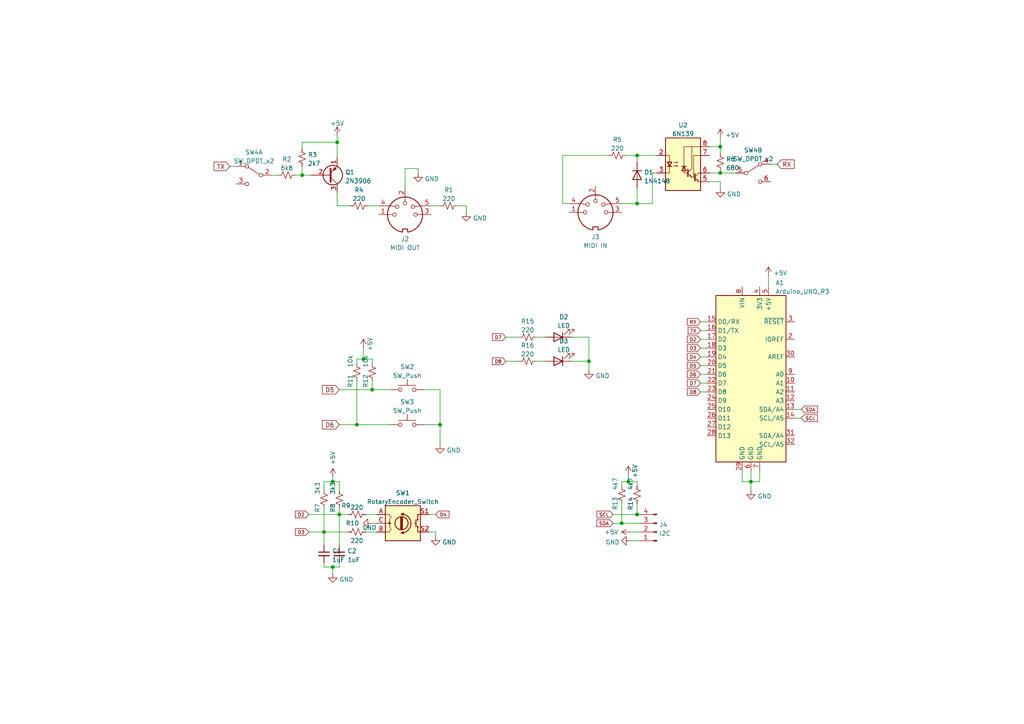
<source format=kicad_sch>
(kicad_sch (version 20211123) (generator eeschema)

  (uuid f658d8cd-af44-4786-b9f1-fc6205518a9a)

  (paper "A4")

  (lib_symbols
    (symbol "Connector:Conn_01x04_Male" (pin_names (offset 1.016) hide) (in_bom yes) (on_board yes)
      (property "Reference" "J" (id 0) (at 0 5.08 0)
        (effects (font (size 1.27 1.27)))
      )
      (property "Value" "Conn_01x04_Male" (id 1) (at 0 -7.62 0)
        (effects (font (size 1.27 1.27)))
      )
      (property "Footprint" "" (id 2) (at 0 0 0)
        (effects (font (size 1.27 1.27)) hide)
      )
      (property "Datasheet" "~" (id 3) (at 0 0 0)
        (effects (font (size 1.27 1.27)) hide)
      )
      (property "ki_keywords" "connector" (id 4) (at 0 0 0)
        (effects (font (size 1.27 1.27)) hide)
      )
      (property "ki_description" "Generic connector, single row, 01x04, script generated (kicad-library-utils/schlib/autogen/connector/)" (id 5) (at 0 0 0)
        (effects (font (size 1.27 1.27)) hide)
      )
      (property "ki_fp_filters" "Connector*:*_1x??_*" (id 6) (at 0 0 0)
        (effects (font (size 1.27 1.27)) hide)
      )
      (symbol "Conn_01x04_Male_1_1"
        (polyline
          (pts
            (xy 1.27 -5.08)
            (xy 0.8636 -5.08)
          )
          (stroke (width 0.1524) (type default) (color 0 0 0 0))
          (fill (type none))
        )
        (polyline
          (pts
            (xy 1.27 -2.54)
            (xy 0.8636 -2.54)
          )
          (stroke (width 0.1524) (type default) (color 0 0 0 0))
          (fill (type none))
        )
        (polyline
          (pts
            (xy 1.27 0)
            (xy 0.8636 0)
          )
          (stroke (width 0.1524) (type default) (color 0 0 0 0))
          (fill (type none))
        )
        (polyline
          (pts
            (xy 1.27 2.54)
            (xy 0.8636 2.54)
          )
          (stroke (width 0.1524) (type default) (color 0 0 0 0))
          (fill (type none))
        )
        (rectangle (start 0.8636 -4.953) (end 0 -5.207)
          (stroke (width 0.1524) (type default) (color 0 0 0 0))
          (fill (type outline))
        )
        (rectangle (start 0.8636 -2.413) (end 0 -2.667)
          (stroke (width 0.1524) (type default) (color 0 0 0 0))
          (fill (type outline))
        )
        (rectangle (start 0.8636 0.127) (end 0 -0.127)
          (stroke (width 0.1524) (type default) (color 0 0 0 0))
          (fill (type outline))
        )
        (rectangle (start 0.8636 2.667) (end 0 2.413)
          (stroke (width 0.1524) (type default) (color 0 0 0 0))
          (fill (type outline))
        )
        (pin passive line (at 5.08 2.54 180) (length 3.81)
          (name "Pin_1" (effects (font (size 1.27 1.27))))
          (number "1" (effects (font (size 1.27 1.27))))
        )
        (pin passive line (at 5.08 0 180) (length 3.81)
          (name "Pin_2" (effects (font (size 1.27 1.27))))
          (number "2" (effects (font (size 1.27 1.27))))
        )
        (pin passive line (at 5.08 -2.54 180) (length 3.81)
          (name "Pin_3" (effects (font (size 1.27 1.27))))
          (number "3" (effects (font (size 1.27 1.27))))
        )
        (pin passive line (at 5.08 -5.08 180) (length 3.81)
          (name "Pin_4" (effects (font (size 1.27 1.27))))
          (number "4" (effects (font (size 1.27 1.27))))
        )
      )
    )
    (symbol "Connector:DIN-5_180degree" (pin_names (offset 1.016)) (in_bom yes) (on_board yes)
      (property "Reference" "J" (id 0) (at 3.175 5.715 0)
        (effects (font (size 1.27 1.27)))
      )
      (property "Value" "DIN-5_180degree" (id 1) (at 0 -6.35 0)
        (effects (font (size 1.27 1.27)))
      )
      (property "Footprint" "" (id 2) (at 0 0 0)
        (effects (font (size 1.27 1.27)) hide)
      )
      (property "Datasheet" "http://www.mouser.com/ds/2/18/40_c091_abd_e-75918.pdf" (id 3) (at 0 0 0)
        (effects (font (size 1.27 1.27)) hide)
      )
      (property "ki_keywords" "circular DIN connector stereo audio" (id 4) (at 0 0 0)
        (effects (font (size 1.27 1.27)) hide)
      )
      (property "ki_description" "5-pin DIN connector (5-pin DIN-5 stereo)" (id 5) (at 0 0 0)
        (effects (font (size 1.27 1.27)) hide)
      )
      (property "ki_fp_filters" "DIN*" (id 6) (at 0 0 0)
        (effects (font (size 1.27 1.27)) hide)
      )
      (symbol "DIN-5_180degree_0_1"
        (arc (start -5.08 0) (mid -3.8609 -3.3364) (end -0.762 -5.08)
          (stroke (width 0.254) (type default) (color 0 0 0 0))
          (fill (type none))
        )
        (circle (center -3.048 0) (radius 0.508)
          (stroke (width 0) (type default) (color 0 0 0 0))
          (fill (type none))
        )
        (circle (center -2.286 2.286) (radius 0.508)
          (stroke (width 0) (type default) (color 0 0 0 0))
          (fill (type none))
        )
        (polyline
          (pts
            (xy -5.08 0)
            (xy -3.556 0)
          )
          (stroke (width 0) (type default) (color 0 0 0 0))
          (fill (type none))
        )
        (polyline
          (pts
            (xy 0 5.08)
            (xy 0 3.81)
          )
          (stroke (width 0) (type default) (color 0 0 0 0))
          (fill (type none))
        )
        (polyline
          (pts
            (xy 5.08 0)
            (xy 3.556 0)
          )
          (stroke (width 0) (type default) (color 0 0 0 0))
          (fill (type none))
        )
        (polyline
          (pts
            (xy -5.08 2.54)
            (xy -4.318 2.54)
            (xy -2.794 2.286)
          )
          (stroke (width 0) (type default) (color 0 0 0 0))
          (fill (type none))
        )
        (polyline
          (pts
            (xy 5.08 2.54)
            (xy 4.318 2.54)
            (xy 2.794 2.286)
          )
          (stroke (width 0) (type default) (color 0 0 0 0))
          (fill (type none))
        )
        (polyline
          (pts
            (xy -0.762 -4.953)
            (xy -0.762 -4.191)
            (xy 0.762 -4.191)
            (xy 0.762 -4.953)
          )
          (stroke (width 0.254) (type default) (color 0 0 0 0))
          (fill (type none))
        )
        (circle (center 0 3.302) (radius 0.508)
          (stroke (width 0) (type default) (color 0 0 0 0))
          (fill (type none))
        )
        (arc (start 0.762 -5.08) (mid 3.8685 -3.343) (end 5.08 0)
          (stroke (width 0.254) (type default) (color 0 0 0 0))
          (fill (type none))
        )
        (circle (center 2.286 2.286) (radius 0.508)
          (stroke (width 0) (type default) (color 0 0 0 0))
          (fill (type none))
        )
        (circle (center 3.048 0) (radius 0.508)
          (stroke (width 0) (type default) (color 0 0 0 0))
          (fill (type none))
        )
        (arc (start 5.08 0) (mid 0 5.08) (end -5.08 0)
          (stroke (width 0.254) (type default) (color 0 0 0 0))
          (fill (type none))
        )
      )
      (symbol "DIN-5_180degree_1_1"
        (pin passive line (at -7.62 0 0) (length 2.54)
          (name "~" (effects (font (size 1.27 1.27))))
          (number "1" (effects (font (size 1.27 1.27))))
        )
        (pin passive line (at 0 7.62 270) (length 2.54)
          (name "~" (effects (font (size 1.27 1.27))))
          (number "2" (effects (font (size 1.27 1.27))))
        )
        (pin passive line (at 7.62 0 180) (length 2.54)
          (name "~" (effects (font (size 1.27 1.27))))
          (number "3" (effects (font (size 1.27 1.27))))
        )
        (pin passive line (at -7.62 2.54 0) (length 2.54)
          (name "~" (effects (font (size 1.27 1.27))))
          (number "4" (effects (font (size 1.27 1.27))))
        )
        (pin passive line (at 7.62 2.54 180) (length 2.54)
          (name "~" (effects (font (size 1.27 1.27))))
          (number "5" (effects (font (size 1.27 1.27))))
        )
      )
    )
    (symbol "Device:C_Small" (pin_numbers hide) (pin_names (offset 0.254) hide) (in_bom yes) (on_board yes)
      (property "Reference" "C" (id 0) (at 0.254 1.778 0)
        (effects (font (size 1.27 1.27)) (justify left))
      )
      (property "Value" "C_Small" (id 1) (at 0.254 -2.032 0)
        (effects (font (size 1.27 1.27)) (justify left))
      )
      (property "Footprint" "" (id 2) (at 0 0 0)
        (effects (font (size 1.27 1.27)) hide)
      )
      (property "Datasheet" "~" (id 3) (at 0 0 0)
        (effects (font (size 1.27 1.27)) hide)
      )
      (property "ki_keywords" "capacitor cap" (id 4) (at 0 0 0)
        (effects (font (size 1.27 1.27)) hide)
      )
      (property "ki_description" "Unpolarized capacitor, small symbol" (id 5) (at 0 0 0)
        (effects (font (size 1.27 1.27)) hide)
      )
      (property "ki_fp_filters" "C_*" (id 6) (at 0 0 0)
        (effects (font (size 1.27 1.27)) hide)
      )
      (symbol "C_Small_0_1"
        (polyline
          (pts
            (xy -1.524 -0.508)
            (xy 1.524 -0.508)
          )
          (stroke (width 0.3302) (type default) (color 0 0 0 0))
          (fill (type none))
        )
        (polyline
          (pts
            (xy -1.524 0.508)
            (xy 1.524 0.508)
          )
          (stroke (width 0.3048) (type default) (color 0 0 0 0))
          (fill (type none))
        )
      )
      (symbol "C_Small_1_1"
        (pin passive line (at 0 2.54 270) (length 2.032)
          (name "~" (effects (font (size 1.27 1.27))))
          (number "1" (effects (font (size 1.27 1.27))))
        )
        (pin passive line (at 0 -2.54 90) (length 2.032)
          (name "~" (effects (font (size 1.27 1.27))))
          (number "2" (effects (font (size 1.27 1.27))))
        )
      )
    )
    (symbol "Device:LED" (pin_numbers hide) (pin_names (offset 1.016) hide) (in_bom yes) (on_board yes)
      (property "Reference" "D" (id 0) (at 0 2.54 0)
        (effects (font (size 1.27 1.27)))
      )
      (property "Value" "LED" (id 1) (at 0 -2.54 0)
        (effects (font (size 1.27 1.27)))
      )
      (property "Footprint" "" (id 2) (at 0 0 0)
        (effects (font (size 1.27 1.27)) hide)
      )
      (property "Datasheet" "~" (id 3) (at 0 0 0)
        (effects (font (size 1.27 1.27)) hide)
      )
      (property "ki_keywords" "LED diode" (id 4) (at 0 0 0)
        (effects (font (size 1.27 1.27)) hide)
      )
      (property "ki_description" "Light emitting diode" (id 5) (at 0 0 0)
        (effects (font (size 1.27 1.27)) hide)
      )
      (property "ki_fp_filters" "LED* LED_SMD:* LED_THT:*" (id 6) (at 0 0 0)
        (effects (font (size 1.27 1.27)) hide)
      )
      (symbol "LED_0_1"
        (polyline
          (pts
            (xy -1.27 -1.27)
            (xy -1.27 1.27)
          )
          (stroke (width 0.254) (type default) (color 0 0 0 0))
          (fill (type none))
        )
        (polyline
          (pts
            (xy -1.27 0)
            (xy 1.27 0)
          )
          (stroke (width 0) (type default) (color 0 0 0 0))
          (fill (type none))
        )
        (polyline
          (pts
            (xy 1.27 -1.27)
            (xy 1.27 1.27)
            (xy -1.27 0)
            (xy 1.27 -1.27)
          )
          (stroke (width 0.254) (type default) (color 0 0 0 0))
          (fill (type none))
        )
        (polyline
          (pts
            (xy -3.048 -0.762)
            (xy -4.572 -2.286)
            (xy -3.81 -2.286)
            (xy -4.572 -2.286)
            (xy -4.572 -1.524)
          )
          (stroke (width 0) (type default) (color 0 0 0 0))
          (fill (type none))
        )
        (polyline
          (pts
            (xy -1.778 -0.762)
            (xy -3.302 -2.286)
            (xy -2.54 -2.286)
            (xy -3.302 -2.286)
            (xy -3.302 -1.524)
          )
          (stroke (width 0) (type default) (color 0 0 0 0))
          (fill (type none))
        )
      )
      (symbol "LED_1_1"
        (pin passive line (at -3.81 0 0) (length 2.54)
          (name "K" (effects (font (size 1.27 1.27))))
          (number "1" (effects (font (size 1.27 1.27))))
        )
        (pin passive line (at 3.81 0 180) (length 2.54)
          (name "A" (effects (font (size 1.27 1.27))))
          (number "2" (effects (font (size 1.27 1.27))))
        )
      )
    )
    (symbol "Device:Q_PNP_EBC" (pin_names (offset 0) hide) (in_bom yes) (on_board yes)
      (property "Reference" "Q" (id 0) (at 5.08 1.27 0)
        (effects (font (size 1.27 1.27)) (justify left))
      )
      (property "Value" "Q_PNP_EBC" (id 1) (at 5.08 -1.27 0)
        (effects (font (size 1.27 1.27)) (justify left))
      )
      (property "Footprint" "" (id 2) (at 5.08 2.54 0)
        (effects (font (size 1.27 1.27)) hide)
      )
      (property "Datasheet" "~" (id 3) (at 0 0 0)
        (effects (font (size 1.27 1.27)) hide)
      )
      (property "ki_keywords" "transistor PNP" (id 4) (at 0 0 0)
        (effects (font (size 1.27 1.27)) hide)
      )
      (property "ki_description" "PNP transistor, emitter/base/collector" (id 5) (at 0 0 0)
        (effects (font (size 1.27 1.27)) hide)
      )
      (symbol "Q_PNP_EBC_0_1"
        (polyline
          (pts
            (xy 0.635 0.635)
            (xy 2.54 2.54)
          )
          (stroke (width 0) (type default) (color 0 0 0 0))
          (fill (type none))
        )
        (polyline
          (pts
            (xy 0.635 -0.635)
            (xy 2.54 -2.54)
            (xy 2.54 -2.54)
          )
          (stroke (width 0) (type default) (color 0 0 0 0))
          (fill (type none))
        )
        (polyline
          (pts
            (xy 0.635 1.905)
            (xy 0.635 -1.905)
            (xy 0.635 -1.905)
          )
          (stroke (width 0.508) (type default) (color 0 0 0 0))
          (fill (type none))
        )
        (polyline
          (pts
            (xy 2.286 -1.778)
            (xy 1.778 -2.286)
            (xy 1.27 -1.27)
            (xy 2.286 -1.778)
            (xy 2.286 -1.778)
          )
          (stroke (width 0) (type default) (color 0 0 0 0))
          (fill (type outline))
        )
        (circle (center 1.27 0) (radius 2.8194)
          (stroke (width 0.254) (type default) (color 0 0 0 0))
          (fill (type none))
        )
      )
      (symbol "Q_PNP_EBC_1_1"
        (pin passive line (at 2.54 -5.08 90) (length 2.54)
          (name "E" (effects (font (size 1.27 1.27))))
          (number "1" (effects (font (size 1.27 1.27))))
        )
        (pin input line (at -5.08 0 0) (length 5.715)
          (name "B" (effects (font (size 1.27 1.27))))
          (number "2" (effects (font (size 1.27 1.27))))
        )
        (pin passive line (at 2.54 5.08 270) (length 2.54)
          (name "C" (effects (font (size 1.27 1.27))))
          (number "3" (effects (font (size 1.27 1.27))))
        )
      )
    )
    (symbol "Device:R_Small_US" (pin_numbers hide) (pin_names (offset 0.254) hide) (in_bom yes) (on_board yes)
      (property "Reference" "R" (id 0) (at 0.762 0.508 0)
        (effects (font (size 1.27 1.27)) (justify left))
      )
      (property "Value" "R_Small_US" (id 1) (at 0.762 -1.016 0)
        (effects (font (size 1.27 1.27)) (justify left))
      )
      (property "Footprint" "" (id 2) (at 0 0 0)
        (effects (font (size 1.27 1.27)) hide)
      )
      (property "Datasheet" "~" (id 3) (at 0 0 0)
        (effects (font (size 1.27 1.27)) hide)
      )
      (property "ki_keywords" "r resistor" (id 4) (at 0 0 0)
        (effects (font (size 1.27 1.27)) hide)
      )
      (property "ki_description" "Resistor, small US symbol" (id 5) (at 0 0 0)
        (effects (font (size 1.27 1.27)) hide)
      )
      (property "ki_fp_filters" "R_*" (id 6) (at 0 0 0)
        (effects (font (size 1.27 1.27)) hide)
      )
      (symbol "R_Small_US_1_1"
        (polyline
          (pts
            (xy 0 0)
            (xy 1.016 -0.381)
            (xy 0 -0.762)
            (xy -1.016 -1.143)
            (xy 0 -1.524)
          )
          (stroke (width 0) (type default) (color 0 0 0 0))
          (fill (type none))
        )
        (polyline
          (pts
            (xy 0 1.524)
            (xy 1.016 1.143)
            (xy 0 0.762)
            (xy -1.016 0.381)
            (xy 0 0)
          )
          (stroke (width 0) (type default) (color 0 0 0 0))
          (fill (type none))
        )
        (pin passive line (at 0 2.54 270) (length 1.016)
          (name "~" (effects (font (size 1.27 1.27))))
          (number "1" (effects (font (size 1.27 1.27))))
        )
        (pin passive line (at 0 -2.54 90) (length 1.016)
          (name "~" (effects (font (size 1.27 1.27))))
          (number "2" (effects (font (size 1.27 1.27))))
        )
      )
    )
    (symbol "Device:RotaryEncoder_Switch" (pin_names (offset 0.254) hide) (in_bom yes) (on_board yes)
      (property "Reference" "SW" (id 0) (at 0 6.604 0)
        (effects (font (size 1.27 1.27)))
      )
      (property "Value" "RotaryEncoder_Switch" (id 1) (at 0 -6.604 0)
        (effects (font (size 1.27 1.27)))
      )
      (property "Footprint" "" (id 2) (at -3.81 4.064 0)
        (effects (font (size 1.27 1.27)) hide)
      )
      (property "Datasheet" "~" (id 3) (at 0 6.604 0)
        (effects (font (size 1.27 1.27)) hide)
      )
      (property "ki_keywords" "rotary switch encoder switch push button" (id 4) (at 0 0 0)
        (effects (font (size 1.27 1.27)) hide)
      )
      (property "ki_description" "Rotary encoder, dual channel, incremental quadrate outputs, with switch" (id 5) (at 0 0 0)
        (effects (font (size 1.27 1.27)) hide)
      )
      (property "ki_fp_filters" "RotaryEncoder*Switch*" (id 6) (at 0 0 0)
        (effects (font (size 1.27 1.27)) hide)
      )
      (symbol "RotaryEncoder_Switch_0_1"
        (rectangle (start -5.08 5.08) (end 5.08 -5.08)
          (stroke (width 0.254) (type default) (color 0 0 0 0))
          (fill (type background))
        )
        (circle (center -3.81 0) (radius 0.254)
          (stroke (width 0) (type default) (color 0 0 0 0))
          (fill (type outline))
        )
        (arc (start -0.381 -2.794) (mid 2.3622 -0.0508) (end -0.381 2.667)
          (stroke (width 0.254) (type default) (color 0 0 0 0))
          (fill (type none))
        )
        (circle (center -0.381 0) (radius 1.905)
          (stroke (width 0.254) (type default) (color 0 0 0 0))
          (fill (type none))
        )
        (polyline
          (pts
            (xy -0.635 -1.778)
            (xy -0.635 1.778)
          )
          (stroke (width 0.254) (type default) (color 0 0 0 0))
          (fill (type none))
        )
        (polyline
          (pts
            (xy -0.381 -1.778)
            (xy -0.381 1.778)
          )
          (stroke (width 0.254) (type default) (color 0 0 0 0))
          (fill (type none))
        )
        (polyline
          (pts
            (xy -0.127 1.778)
            (xy -0.127 -1.778)
          )
          (stroke (width 0.254) (type default) (color 0 0 0 0))
          (fill (type none))
        )
        (polyline
          (pts
            (xy 3.81 0)
            (xy 3.429 0)
          )
          (stroke (width 0.254) (type default) (color 0 0 0 0))
          (fill (type none))
        )
        (polyline
          (pts
            (xy 3.81 1.016)
            (xy 3.81 -1.016)
          )
          (stroke (width 0.254) (type default) (color 0 0 0 0))
          (fill (type none))
        )
        (polyline
          (pts
            (xy -5.08 -2.54)
            (xy -3.81 -2.54)
            (xy -3.81 -2.032)
          )
          (stroke (width 0) (type default) (color 0 0 0 0))
          (fill (type none))
        )
        (polyline
          (pts
            (xy -5.08 2.54)
            (xy -3.81 2.54)
            (xy -3.81 2.032)
          )
          (stroke (width 0) (type default) (color 0 0 0 0))
          (fill (type none))
        )
        (polyline
          (pts
            (xy 0.254 -3.048)
            (xy -0.508 -2.794)
            (xy 0.127 -2.413)
          )
          (stroke (width 0.254) (type default) (color 0 0 0 0))
          (fill (type none))
        )
        (polyline
          (pts
            (xy 0.254 2.921)
            (xy -0.508 2.667)
            (xy 0.127 2.286)
          )
          (stroke (width 0.254) (type default) (color 0 0 0 0))
          (fill (type none))
        )
        (polyline
          (pts
            (xy 5.08 -2.54)
            (xy 4.318 -2.54)
            (xy 4.318 -1.016)
          )
          (stroke (width 0.254) (type default) (color 0 0 0 0))
          (fill (type none))
        )
        (polyline
          (pts
            (xy 5.08 2.54)
            (xy 4.318 2.54)
            (xy 4.318 1.016)
          )
          (stroke (width 0.254) (type default) (color 0 0 0 0))
          (fill (type none))
        )
        (polyline
          (pts
            (xy -5.08 0)
            (xy -3.81 0)
            (xy -3.81 -1.016)
            (xy -3.302 -2.032)
          )
          (stroke (width 0) (type default) (color 0 0 0 0))
          (fill (type none))
        )
        (polyline
          (pts
            (xy -4.318 0)
            (xy -3.81 0)
            (xy -3.81 1.016)
            (xy -3.302 2.032)
          )
          (stroke (width 0) (type default) (color 0 0 0 0))
          (fill (type none))
        )
        (circle (center 4.318 -1.016) (radius 0.127)
          (stroke (width 0.254) (type default) (color 0 0 0 0))
          (fill (type none))
        )
        (circle (center 4.318 1.016) (radius 0.127)
          (stroke (width 0.254) (type default) (color 0 0 0 0))
          (fill (type none))
        )
      )
      (symbol "RotaryEncoder_Switch_1_1"
        (pin passive line (at -7.62 2.54 0) (length 2.54)
          (name "A" (effects (font (size 1.27 1.27))))
          (number "A" (effects (font (size 1.27 1.27))))
        )
        (pin passive line (at -7.62 -2.54 0) (length 2.54)
          (name "B" (effects (font (size 1.27 1.27))))
          (number "B" (effects (font (size 1.27 1.27))))
        )
        (pin passive line (at -7.62 0 0) (length 2.54)
          (name "C" (effects (font (size 1.27 1.27))))
          (number "C" (effects (font (size 1.27 1.27))))
        )
        (pin passive line (at 7.62 2.54 180) (length 2.54)
          (name "S1" (effects (font (size 1.27 1.27))))
          (number "S1" (effects (font (size 1.27 1.27))))
        )
        (pin passive line (at 7.62 -2.54 180) (length 2.54)
          (name "S2" (effects (font (size 1.27 1.27))))
          (number "S2" (effects (font (size 1.27 1.27))))
        )
      )
    )
    (symbol "Diode:1N4148" (pin_numbers hide) (pin_names (offset 1.016) hide) (in_bom yes) (on_board yes)
      (property "Reference" "D" (id 0) (at 0 2.54 0)
        (effects (font (size 1.27 1.27)))
      )
      (property "Value" "1N4148" (id 1) (at 0 -2.54 0)
        (effects (font (size 1.27 1.27)))
      )
      (property "Footprint" "Diode_THT:D_DO-35_SOD27_P7.62mm_Horizontal" (id 2) (at 0 -4.445 0)
        (effects (font (size 1.27 1.27)) hide)
      )
      (property "Datasheet" "https://assets.nexperia.com/documents/data-sheet/1N4148_1N4448.pdf" (id 3) (at 0 0 0)
        (effects (font (size 1.27 1.27)) hide)
      )
      (property "ki_keywords" "diode" (id 4) (at 0 0 0)
        (effects (font (size 1.27 1.27)) hide)
      )
      (property "ki_description" "100V 0.15A standard switching diode, DO-35" (id 5) (at 0 0 0)
        (effects (font (size 1.27 1.27)) hide)
      )
      (property "ki_fp_filters" "D*DO?35*" (id 6) (at 0 0 0)
        (effects (font (size 1.27 1.27)) hide)
      )
      (symbol "1N4148_0_1"
        (polyline
          (pts
            (xy -1.27 1.27)
            (xy -1.27 -1.27)
          )
          (stroke (width 0.254) (type default) (color 0 0 0 0))
          (fill (type none))
        )
        (polyline
          (pts
            (xy 1.27 0)
            (xy -1.27 0)
          )
          (stroke (width 0) (type default) (color 0 0 0 0))
          (fill (type none))
        )
        (polyline
          (pts
            (xy 1.27 1.27)
            (xy 1.27 -1.27)
            (xy -1.27 0)
            (xy 1.27 1.27)
          )
          (stroke (width 0.254) (type default) (color 0 0 0 0))
          (fill (type none))
        )
      )
      (symbol "1N4148_1_1"
        (pin passive line (at -3.81 0 0) (length 2.54)
          (name "K" (effects (font (size 1.27 1.27))))
          (number "1" (effects (font (size 1.27 1.27))))
        )
        (pin passive line (at 3.81 0 180) (length 2.54)
          (name "A" (effects (font (size 1.27 1.27))))
          (number "2" (effects (font (size 1.27 1.27))))
        )
      )
    )
    (symbol "Isolator:6N139" (pin_names (offset 1.016) hide) (in_bom yes) (on_board yes)
      (property "Reference" "U" (id 0) (at -4.064 8.89 0)
        (effects (font (size 1.27 1.27)))
      )
      (property "Value" "6N139" (id 1) (at 2.286 8.89 0)
        (effects (font (size 1.27 1.27)))
      )
      (property "Footprint" "" (id 2) (at 7.366 -7.62 0)
        (effects (font (size 1.27 1.27)) hide)
      )
      (property "Datasheet" "http://www.onsemi.com/pub/Collateral/HCPL2731-D.pdf" (id 3) (at 7.366 -7.62 0)
        (effects (font (size 1.27 1.27)) hide)
      )
      (property "ki_keywords" "darlington optocoupler" (id 4) (at 0 0 0)
        (effects (font (size 1.27 1.27)) hide)
      )
      (property "ki_description" "Low Input Current high Gain Split Darlington Optocouplers, -0.5V to 18V VDD, DIP-8" (id 5) (at 0 0 0)
        (effects (font (size 1.27 1.27)) hide)
      )
      (property "ki_fp_filters" "DIP*W7.62mm* SMDIP*W9.53mm*" (id 6) (at 0 0 0)
        (effects (font (size 1.27 1.27)) hide)
      )
      (symbol "6N139_0_1"
        (rectangle (start -5.08 7.62) (end 5.08 -7.62)
          (stroke (width 0.254) (type default) (color 0 0 0 0))
          (fill (type background))
        )
        (polyline
          (pts
            (xy -4.572 -0.635)
            (xy -3.302 -0.635)
          )
          (stroke (width 0.254) (type default) (color 0 0 0 0))
          (fill (type none))
        )
        (polyline
          (pts
            (xy 0.889 -0.635)
            (xy -0.381 -0.635)
          )
          (stroke (width 0.254) (type default) (color 0 0 0 0))
          (fill (type none))
        )
        (polyline
          (pts
            (xy 1.397 -2.667)
            (xy 2.54 -3.81)
          )
          (stroke (width 0) (type default) (color 0 0 0 0))
          (fill (type none))
        )
        (polyline
          (pts
            (xy 1.397 -2.413)
            (xy 2.54 -1.27)
          )
          (stroke (width 0) (type default) (color 0 0 0 0))
          (fill (type none))
        )
        (polyline
          (pts
            (xy 2.54 -3.81)
            (xy 3.175 -3.81)
          )
          (stroke (width 0) (type default) (color 0 0 0 0))
          (fill (type none))
        )
        (polyline
          (pts
            (xy 3.429 -3.937)
            (xy 4.572 -5.08)
          )
          (stroke (width 0) (type default) (color 0 0 0 0))
          (fill (type none))
        )
        (polyline
          (pts
            (xy 3.429 -3.683)
            (xy 4.572 -2.54)
          )
          (stroke (width 0) (type default) (color 0 0 0 0))
          (fill (type none))
        )
        (polyline
          (pts
            (xy 4.572 -5.08)
            (xy 5.08 -5.08)
          )
          (stroke (width 0) (type default) (color 0 0 0 0))
          (fill (type none))
        )
        (polyline
          (pts
            (xy 4.572 -2.54)
            (xy 5.08 -2.54)
          )
          (stroke (width 0) (type default) (color 0 0 0 0))
          (fill (type none))
        )
        (polyline
          (pts
            (xy 1.397 -1.524)
            (xy 1.397 -3.556)
            (xy 1.397 -3.556)
          )
          (stroke (width 0.3556) (type default) (color 0 0 0 0))
          (fill (type none))
        )
        (polyline
          (pts
            (xy 2.54 -1.27)
            (xy 2.54 5.08)
            (xy 5.08 5.08)
          )
          (stroke (width 0) (type default) (color 0 0 0 0))
          (fill (type none))
        )
        (polyline
          (pts
            (xy 3.429 -2.794)
            (xy 3.429 -4.826)
            (xy 3.429 -4.826)
          )
          (stroke (width 0.3556) (type default) (color 0 0 0 0))
          (fill (type none))
        )
        (polyline
          (pts
            (xy 5.08 2.54)
            (xy 3.048 2.54)
            (xy 3.048 -3.81)
          )
          (stroke (width 0) (type default) (color 0 0 0 0))
          (fill (type none))
        )
        (polyline
          (pts
            (xy -5.08 -2.54)
            (xy -3.937 -2.54)
            (xy -3.937 2.54)
            (xy -5.08 2.54)
          )
          (stroke (width 0) (type default) (color 0 0 0 0))
          (fill (type none))
        )
        (polyline
          (pts
            (xy -3.937 -0.635)
            (xy -4.572 0.635)
            (xy -3.302 0.635)
            (xy -3.937 -0.635)
          )
          (stroke (width 0.254) (type default) (color 0 0 0 0))
          (fill (type none))
        )
        (polyline
          (pts
            (xy 0.254 -0.635)
            (xy 0.889 -1.905)
            (xy -0.381 -1.905)
            (xy 0.254 -0.635)
          )
          (stroke (width 0.254) (type default) (color 0 0 0 0))
          (fill (type none))
        )
        (polyline
          (pts
            (xy 1.27 -2.54)
            (xy 0.254 -2.54)
            (xy 0.254 5.08)
            (xy 2.54 5.08)
          )
          (stroke (width 0) (type default) (color 0 0 0 0))
          (fill (type none))
        )
        (polyline
          (pts
            (xy 2.413 -3.683)
            (xy 2.159 -3.175)
            (xy 1.905 -3.429)
            (xy 2.413 -3.683)
          )
          (stroke (width 0) (type default) (color 0 0 0 0))
          (fill (type none))
        )
        (polyline
          (pts
            (xy 4.445 -4.953)
            (xy 4.191 -4.445)
            (xy 3.937 -4.699)
            (xy 4.445 -4.953)
          )
          (stroke (width 0) (type default) (color 0 0 0 0))
          (fill (type none))
        )
        (polyline
          (pts
            (xy -2.794 -0.508)
            (xy -1.524 -0.508)
            (xy -1.905 -0.635)
            (xy -1.905 -0.381)
            (xy -1.524 -0.508)
          )
          (stroke (width 0) (type default) (color 0 0 0 0))
          (fill (type none))
        )
        (polyline
          (pts
            (xy -2.794 0.508)
            (xy -1.524 0.508)
            (xy -1.905 0.381)
            (xy -1.905 0.635)
            (xy -1.524 0.508)
          )
          (stroke (width 0) (type default) (color 0 0 0 0))
          (fill (type none))
        )
      )
      (symbol "6N139_1_1"
        (pin no_connect line (at -5.08 5.08 0) (length 2.54) hide
          (name "NC" (effects (font (size 1.27 1.27))))
          (number "1" (effects (font (size 1.27 1.27))))
        )
        (pin passive line (at -7.62 2.54 0) (length 2.54)
          (name "C1" (effects (font (size 1.27 1.27))))
          (number "2" (effects (font (size 1.27 1.27))))
        )
        (pin passive line (at -7.62 -2.54 0) (length 2.54)
          (name "C2" (effects (font (size 1.27 1.27))))
          (number "3" (effects (font (size 1.27 1.27))))
        )
        (pin no_connect line (at -5.08 -5.08 0) (length 2.54) hide
          (name "NC" (effects (font (size 1.27 1.27))))
          (number "4" (effects (font (size 1.27 1.27))))
        )
        (pin passive line (at 7.62 -5.08 180) (length 2.54)
          (name "GND" (effects (font (size 1.27 1.27))))
          (number "5" (effects (font (size 1.27 1.27))))
        )
        (pin passive line (at 7.62 -2.54 180) (length 2.54)
          (name "VO2" (effects (font (size 1.27 1.27))))
          (number "6" (effects (font (size 1.27 1.27))))
        )
        (pin passive line (at 7.62 2.54 180) (length 2.54)
          (name "VO1" (effects (font (size 1.27 1.27))))
          (number "7" (effects (font (size 1.27 1.27))))
        )
        (pin passive line (at 7.62 5.08 180) (length 2.54)
          (name "VCC" (effects (font (size 1.27 1.27))))
          (number "8" (effects (font (size 1.27 1.27))))
        )
      )
    )
    (symbol "MCU_Module:Arduino_UNO_R3" (in_bom yes) (on_board yes)
      (property "Reference" "A" (id 0) (at -10.16 23.495 0)
        (effects (font (size 1.27 1.27)) (justify left bottom))
      )
      (property "Value" "Arduino_UNO_R3" (id 1) (at 5.08 -26.67 0)
        (effects (font (size 1.27 1.27)) (justify left top))
      )
      (property "Footprint" "Module:Arduino_UNO_R3" (id 2) (at 0 0 0)
        (effects (font (size 1.27 1.27) italic) hide)
      )
      (property "Datasheet" "https://www.arduino.cc/en/Main/arduinoBoardUno" (id 3) (at 0 0 0)
        (effects (font (size 1.27 1.27)) hide)
      )
      (property "ki_keywords" "Arduino UNO R3 Microcontroller Module Atmel AVR USB" (id 4) (at 0 0 0)
        (effects (font (size 1.27 1.27)) hide)
      )
      (property "ki_description" "Arduino UNO Microcontroller Module, release 3" (id 5) (at 0 0 0)
        (effects (font (size 1.27 1.27)) hide)
      )
      (property "ki_fp_filters" "Arduino*UNO*R3*" (id 6) (at 0 0 0)
        (effects (font (size 1.27 1.27)) hide)
      )
      (symbol "Arduino_UNO_R3_0_1"
        (rectangle (start -10.16 22.86) (end 10.16 -25.4)
          (stroke (width 0.254) (type default) (color 0 0 0 0))
          (fill (type background))
        )
      )
      (symbol "Arduino_UNO_R3_1_1"
        (pin no_connect line (at -10.16 -20.32 0) (length 2.54) hide
          (name "NC" (effects (font (size 1.27 1.27))))
          (number "1" (effects (font (size 1.27 1.27))))
        )
        (pin bidirectional line (at 12.7 -2.54 180) (length 2.54)
          (name "A1" (effects (font (size 1.27 1.27))))
          (number "10" (effects (font (size 1.27 1.27))))
        )
        (pin bidirectional line (at 12.7 -5.08 180) (length 2.54)
          (name "A2" (effects (font (size 1.27 1.27))))
          (number "11" (effects (font (size 1.27 1.27))))
        )
        (pin bidirectional line (at 12.7 -7.62 180) (length 2.54)
          (name "A3" (effects (font (size 1.27 1.27))))
          (number "12" (effects (font (size 1.27 1.27))))
        )
        (pin bidirectional line (at 12.7 -10.16 180) (length 2.54)
          (name "SDA/A4" (effects (font (size 1.27 1.27))))
          (number "13" (effects (font (size 1.27 1.27))))
        )
        (pin bidirectional line (at 12.7 -12.7 180) (length 2.54)
          (name "SCL/A5" (effects (font (size 1.27 1.27))))
          (number "14" (effects (font (size 1.27 1.27))))
        )
        (pin bidirectional line (at -12.7 15.24 0) (length 2.54)
          (name "D0/RX" (effects (font (size 1.27 1.27))))
          (number "15" (effects (font (size 1.27 1.27))))
        )
        (pin bidirectional line (at -12.7 12.7 0) (length 2.54)
          (name "D1/TX" (effects (font (size 1.27 1.27))))
          (number "16" (effects (font (size 1.27 1.27))))
        )
        (pin bidirectional line (at -12.7 10.16 0) (length 2.54)
          (name "D2" (effects (font (size 1.27 1.27))))
          (number "17" (effects (font (size 1.27 1.27))))
        )
        (pin bidirectional line (at -12.7 7.62 0) (length 2.54)
          (name "D3" (effects (font (size 1.27 1.27))))
          (number "18" (effects (font (size 1.27 1.27))))
        )
        (pin bidirectional line (at -12.7 5.08 0) (length 2.54)
          (name "D4" (effects (font (size 1.27 1.27))))
          (number "19" (effects (font (size 1.27 1.27))))
        )
        (pin output line (at 12.7 10.16 180) (length 2.54)
          (name "IOREF" (effects (font (size 1.27 1.27))))
          (number "2" (effects (font (size 1.27 1.27))))
        )
        (pin bidirectional line (at -12.7 2.54 0) (length 2.54)
          (name "D5" (effects (font (size 1.27 1.27))))
          (number "20" (effects (font (size 1.27 1.27))))
        )
        (pin bidirectional line (at -12.7 0 0) (length 2.54)
          (name "D6" (effects (font (size 1.27 1.27))))
          (number "21" (effects (font (size 1.27 1.27))))
        )
        (pin bidirectional line (at -12.7 -2.54 0) (length 2.54)
          (name "D7" (effects (font (size 1.27 1.27))))
          (number "22" (effects (font (size 1.27 1.27))))
        )
        (pin bidirectional line (at -12.7 -5.08 0) (length 2.54)
          (name "D8" (effects (font (size 1.27 1.27))))
          (number "23" (effects (font (size 1.27 1.27))))
        )
        (pin bidirectional line (at -12.7 -7.62 0) (length 2.54)
          (name "D9" (effects (font (size 1.27 1.27))))
          (number "24" (effects (font (size 1.27 1.27))))
        )
        (pin bidirectional line (at -12.7 -10.16 0) (length 2.54)
          (name "D10" (effects (font (size 1.27 1.27))))
          (number "25" (effects (font (size 1.27 1.27))))
        )
        (pin bidirectional line (at -12.7 -12.7 0) (length 2.54)
          (name "D11" (effects (font (size 1.27 1.27))))
          (number "26" (effects (font (size 1.27 1.27))))
        )
        (pin bidirectional line (at -12.7 -15.24 0) (length 2.54)
          (name "D12" (effects (font (size 1.27 1.27))))
          (number "27" (effects (font (size 1.27 1.27))))
        )
        (pin bidirectional line (at -12.7 -17.78 0) (length 2.54)
          (name "D13" (effects (font (size 1.27 1.27))))
          (number "28" (effects (font (size 1.27 1.27))))
        )
        (pin power_in line (at -2.54 -27.94 90) (length 2.54)
          (name "GND" (effects (font (size 1.27 1.27))))
          (number "29" (effects (font (size 1.27 1.27))))
        )
        (pin input line (at 12.7 15.24 180) (length 2.54)
          (name "~{RESET}" (effects (font (size 1.27 1.27))))
          (number "3" (effects (font (size 1.27 1.27))))
        )
        (pin input line (at 12.7 5.08 180) (length 2.54)
          (name "AREF" (effects (font (size 1.27 1.27))))
          (number "30" (effects (font (size 1.27 1.27))))
        )
        (pin bidirectional line (at 12.7 -17.78 180) (length 2.54)
          (name "SDA/A4" (effects (font (size 1.27 1.27))))
          (number "31" (effects (font (size 1.27 1.27))))
        )
        (pin bidirectional line (at 12.7 -20.32 180) (length 2.54)
          (name "SCL/A5" (effects (font (size 1.27 1.27))))
          (number "32" (effects (font (size 1.27 1.27))))
        )
        (pin power_out line (at 2.54 25.4 270) (length 2.54)
          (name "3V3" (effects (font (size 1.27 1.27))))
          (number "4" (effects (font (size 1.27 1.27))))
        )
        (pin power_out line (at 5.08 25.4 270) (length 2.54)
          (name "+5V" (effects (font (size 1.27 1.27))))
          (number "5" (effects (font (size 1.27 1.27))))
        )
        (pin power_in line (at 0 -27.94 90) (length 2.54)
          (name "GND" (effects (font (size 1.27 1.27))))
          (number "6" (effects (font (size 1.27 1.27))))
        )
        (pin power_in line (at 2.54 -27.94 90) (length 2.54)
          (name "GND" (effects (font (size 1.27 1.27))))
          (number "7" (effects (font (size 1.27 1.27))))
        )
        (pin power_in line (at -2.54 25.4 270) (length 2.54)
          (name "VIN" (effects (font (size 1.27 1.27))))
          (number "8" (effects (font (size 1.27 1.27))))
        )
        (pin bidirectional line (at 12.7 0 180) (length 2.54)
          (name "A0" (effects (font (size 1.27 1.27))))
          (number "9" (effects (font (size 1.27 1.27))))
        )
      )
    )
    (symbol "Switch:SW_DPDT_x2" (pin_names (offset 0) hide) (in_bom yes) (on_board yes)
      (property "Reference" "SW" (id 0) (at 0 4.318 0)
        (effects (font (size 1.27 1.27)))
      )
      (property "Value" "SW_DPDT_x2" (id 1) (at 0 -5.08 0)
        (effects (font (size 1.27 1.27)))
      )
      (property "Footprint" "" (id 2) (at 0 0 0)
        (effects (font (size 1.27 1.27)) hide)
      )
      (property "Datasheet" "~" (id 3) (at 0 0 0)
        (effects (font (size 1.27 1.27)) hide)
      )
      (property "ki_keywords" "switch dual-pole double-throw DPDT spdt ON-ON" (id 4) (at 0 0 0)
        (effects (font (size 1.27 1.27)) hide)
      )
      (property "ki_description" "Switch, dual pole double throw, separate symbols" (id 5) (at 0 0 0)
        (effects (font (size 1.27 1.27)) hide)
      )
      (property "ki_fp_filters" "SW*DPDT*" (id 6) (at 0 0 0)
        (effects (font (size 1.27 1.27)) hide)
      )
      (symbol "SW_DPDT_x2_0_0"
        (circle (center -2.032 0) (radius 0.508)
          (stroke (width 0) (type default) (color 0 0 0 0))
          (fill (type none))
        )
        (circle (center 2.032 -2.54) (radius 0.508)
          (stroke (width 0) (type default) (color 0 0 0 0))
          (fill (type none))
        )
      )
      (symbol "SW_DPDT_x2_0_1"
        (polyline
          (pts
            (xy -1.524 0.254)
            (xy 1.651 2.286)
          )
          (stroke (width 0) (type default) (color 0 0 0 0))
          (fill (type none))
        )
        (circle (center 2.032 2.54) (radius 0.508)
          (stroke (width 0) (type default) (color 0 0 0 0))
          (fill (type none))
        )
      )
      (symbol "SW_DPDT_x2_1_1"
        (pin passive line (at 5.08 2.54 180) (length 2.54)
          (name "A" (effects (font (size 1.27 1.27))))
          (number "1" (effects (font (size 1.27 1.27))))
        )
        (pin passive line (at -5.08 0 0) (length 2.54)
          (name "B" (effects (font (size 1.27 1.27))))
          (number "2" (effects (font (size 1.27 1.27))))
        )
        (pin passive line (at 5.08 -2.54 180) (length 2.54)
          (name "C" (effects (font (size 1.27 1.27))))
          (number "3" (effects (font (size 1.27 1.27))))
        )
      )
      (symbol "SW_DPDT_x2_2_1"
        (pin passive line (at 5.08 2.54 180) (length 2.54)
          (name "A" (effects (font (size 1.27 1.27))))
          (number "4" (effects (font (size 1.27 1.27))))
        )
        (pin passive line (at -5.08 0 0) (length 2.54)
          (name "B" (effects (font (size 1.27 1.27))))
          (number "5" (effects (font (size 1.27 1.27))))
        )
        (pin passive line (at 5.08 -2.54 180) (length 2.54)
          (name "C" (effects (font (size 1.27 1.27))))
          (number "6" (effects (font (size 1.27 1.27))))
        )
      )
    )
    (symbol "Switch:SW_Push" (pin_numbers hide) (pin_names (offset 1.016) hide) (in_bom yes) (on_board yes)
      (property "Reference" "SW" (id 0) (at 1.27 2.54 0)
        (effects (font (size 1.27 1.27)) (justify left))
      )
      (property "Value" "SW_Push" (id 1) (at 0 -1.524 0)
        (effects (font (size 1.27 1.27)))
      )
      (property "Footprint" "" (id 2) (at 0 5.08 0)
        (effects (font (size 1.27 1.27)) hide)
      )
      (property "Datasheet" "~" (id 3) (at 0 5.08 0)
        (effects (font (size 1.27 1.27)) hide)
      )
      (property "ki_keywords" "switch normally-open pushbutton push-button" (id 4) (at 0 0 0)
        (effects (font (size 1.27 1.27)) hide)
      )
      (property "ki_description" "Push button switch, generic, two pins" (id 5) (at 0 0 0)
        (effects (font (size 1.27 1.27)) hide)
      )
      (symbol "SW_Push_0_1"
        (circle (center -2.032 0) (radius 0.508)
          (stroke (width 0) (type default) (color 0 0 0 0))
          (fill (type none))
        )
        (polyline
          (pts
            (xy 0 1.27)
            (xy 0 3.048)
          )
          (stroke (width 0) (type default) (color 0 0 0 0))
          (fill (type none))
        )
        (polyline
          (pts
            (xy 2.54 1.27)
            (xy -2.54 1.27)
          )
          (stroke (width 0) (type default) (color 0 0 0 0))
          (fill (type none))
        )
        (circle (center 2.032 0) (radius 0.508)
          (stroke (width 0) (type default) (color 0 0 0 0))
          (fill (type none))
        )
        (pin passive line (at -5.08 0 0) (length 2.54)
          (name "1" (effects (font (size 1.27 1.27))))
          (number "1" (effects (font (size 1.27 1.27))))
        )
        (pin passive line (at 5.08 0 180) (length 2.54)
          (name "2" (effects (font (size 1.27 1.27))))
          (number "2" (effects (font (size 1.27 1.27))))
        )
      )
    )
    (symbol "power:+5V" (power) (pin_names (offset 0)) (in_bom yes) (on_board yes)
      (property "Reference" "#PWR" (id 0) (at 0 -3.81 0)
        (effects (font (size 1.27 1.27)) hide)
      )
      (property "Value" "+5V" (id 1) (at 0 3.556 0)
        (effects (font (size 1.27 1.27)))
      )
      (property "Footprint" "" (id 2) (at 0 0 0)
        (effects (font (size 1.27 1.27)) hide)
      )
      (property "Datasheet" "" (id 3) (at 0 0 0)
        (effects (font (size 1.27 1.27)) hide)
      )
      (property "ki_keywords" "power-flag" (id 4) (at 0 0 0)
        (effects (font (size 1.27 1.27)) hide)
      )
      (property "ki_description" "Power symbol creates a global label with name \"+5V\"" (id 5) (at 0 0 0)
        (effects (font (size 1.27 1.27)) hide)
      )
      (symbol "+5V_0_1"
        (polyline
          (pts
            (xy -0.762 1.27)
            (xy 0 2.54)
          )
          (stroke (width 0) (type default) (color 0 0 0 0))
          (fill (type none))
        )
        (polyline
          (pts
            (xy 0 0)
            (xy 0 2.54)
          )
          (stroke (width 0) (type default) (color 0 0 0 0))
          (fill (type none))
        )
        (polyline
          (pts
            (xy 0 2.54)
            (xy 0.762 1.27)
          )
          (stroke (width 0) (type default) (color 0 0 0 0))
          (fill (type none))
        )
      )
      (symbol "+5V_1_1"
        (pin power_in line (at 0 0 90) (length 0) hide
          (name "+5V" (effects (font (size 1.27 1.27))))
          (number "1" (effects (font (size 1.27 1.27))))
        )
      )
    )
    (symbol "power:GND" (power) (pin_names (offset 0)) (in_bom yes) (on_board yes)
      (property "Reference" "#PWR" (id 0) (at 0 -6.35 0)
        (effects (font (size 1.27 1.27)) hide)
      )
      (property "Value" "GND" (id 1) (at 0 -3.81 0)
        (effects (font (size 1.27 1.27)))
      )
      (property "Footprint" "" (id 2) (at 0 0 0)
        (effects (font (size 1.27 1.27)) hide)
      )
      (property "Datasheet" "" (id 3) (at 0 0 0)
        (effects (font (size 1.27 1.27)) hide)
      )
      (property "ki_keywords" "power-flag" (id 4) (at 0 0 0)
        (effects (font (size 1.27 1.27)) hide)
      )
      (property "ki_description" "Power symbol creates a global label with name \"GND\" , ground" (id 5) (at 0 0 0)
        (effects (font (size 1.27 1.27)) hide)
      )
      (symbol "GND_0_1"
        (polyline
          (pts
            (xy 0 0)
            (xy 0 -1.27)
            (xy 1.27 -1.27)
            (xy 0 -2.54)
            (xy -1.27 -1.27)
            (xy 0 -1.27)
          )
          (stroke (width 0) (type default) (color 0 0 0 0))
          (fill (type none))
        )
      )
      (symbol "GND_1_1"
        (pin power_in line (at 0 0 270) (length 0) hide
          (name "GND" (effects (font (size 1.27 1.27))))
          (number "1" (effects (font (size 1.27 1.27))))
        )
      )
    )
  )

  (junction (at 182.245 139.7) (diameter 0) (color 0 0 0 0)
    (uuid 0410097f-ab80-4340-8e84-d1aa61034dcc)
  )
  (junction (at 184.785 149.225) (diameter 0) (color 0 0 0 0)
    (uuid 06875463-d293-4aa1-85c7-70979f60a0cb)
  )
  (junction (at 97.79 41.275) (diameter 0) (color 0 0 0 0)
    (uuid 23f83414-544c-4268-9d97-d8a2b2e5f104)
  )
  (junction (at 127.635 123.19) (diameter 0) (color 0 0 0 0)
    (uuid 25470412-1281-4063-bbac-a14ae92561c9)
  )
  (junction (at 184.785 45.085) (diameter 0) (color 0 0 0 0)
    (uuid 2e88a8ce-a397-4ed6-ad40-61177a8c6ead)
  )
  (junction (at 105.41 104.14) (diameter 0) (color 0 0 0 0)
    (uuid 38982fac-cbae-4b14-b8e4-ae7e8107f401)
  )
  (junction (at 107.95 113.03) (diameter 0) (color 0 0 0 0)
    (uuid 4f2856c8-904d-400f-87cd-b6ec89de4e8d)
  )
  (junction (at 208.915 42.545) (diameter 0) (color 0 0 0 0)
    (uuid 5ef4da2f-629d-4fc8-8098-cc0b1fae6584)
  )
  (junction (at 98.425 149.225) (diameter 0) (color 0 0 0 0)
    (uuid 610a578a-e9b3-47da-8073-5b65356dbe1a)
  )
  (junction (at 217.805 139.7) (diameter 0) (color 0 0 0 0)
    (uuid 6ac80607-735a-450c-af70-874acd767b7d)
  )
  (junction (at 87.63 50.8) (diameter 0) (color 0 0 0 0)
    (uuid 75c57a73-59e5-4e21-b966-27f14e98be00)
  )
  (junction (at 93.98 154.305) (diameter 0) (color 0 0 0 0)
    (uuid 7a3a8f6e-00d7-4834-888f-74196fba742b)
  )
  (junction (at 96.52 139.7) (diameter 0) (color 0 0 0 0)
    (uuid 9d67baa9-609a-41df-a019-68f122212a9b)
  )
  (junction (at 170.815 104.775) (diameter 0) (color 0 0 0 0)
    (uuid baf632e6-b7a0-4d38-b840-26dc3878fb5d)
  )
  (junction (at 184.785 59.055) (diameter 0) (color 0 0 0 0)
    (uuid c4126d4f-23ee-49af-a0be-73f9041d5c22)
  )
  (junction (at 180.34 151.765) (diameter 0) (color 0 0 0 0)
    (uuid c7a8ac6d-c701-494c-9496-dd19219d88fc)
  )
  (junction (at 103.505 123.19) (diameter 0) (color 0 0 0 0)
    (uuid d9d86a7f-5611-49b1-8b09-5304ce0908d9)
  )
  (junction (at 96.52 164.465) (diameter 0) (color 0 0 0 0)
    (uuid e01bdb04-22ae-4a12-a958-006e8bb334b0)
  )
  (junction (at 208.915 50.165) (diameter 0) (color 0 0 0 0)
    (uuid ef100882-835f-48bb-94c1-1fa067c657e6)
  )

  (wire (pts (xy 97.79 41.275) (xy 97.79 45.72))
    (stroke (width 0) (type default) (color 0 0 0 0))
    (uuid 01a6260c-7ea2-4573-bb4b-921d6745e75e)
  )
  (wire (pts (xy 208.915 42.545) (xy 208.915 44.45))
    (stroke (width 0) (type default) (color 0 0 0 0))
    (uuid 029b6f1a-f9cb-4fa5-900a-a803fa64e29a)
  )
  (wire (pts (xy 127.635 123.19) (xy 127.635 128.905))
    (stroke (width 0) (type default) (color 0 0 0 0))
    (uuid 063d8178-a064-421c-affb-0450c2c50b5f)
  )
  (wire (pts (xy 180.34 140.97) (xy 180.34 139.7))
    (stroke (width 0) (type default) (color 0 0 0 0))
    (uuid 06ba6c7c-2e80-433f-8865-c7f1e33d0901)
  )
  (wire (pts (xy 121.285 48.895) (xy 121.285 50.165))
    (stroke (width 0) (type default) (color 0 0 0 0))
    (uuid 07e02461-ac03-48ed-8ee3-deb6ec664bc2)
  )
  (wire (pts (xy 105.41 104.14) (xy 107.95 104.14))
    (stroke (width 0) (type default) (color 0 0 0 0))
    (uuid 07f8ca8e-ac00-44d9-8115-3c7232d24dcc)
  )
  (wire (pts (xy 96.52 164.465) (xy 96.52 166.37))
    (stroke (width 0) (type default) (color 0 0 0 0))
    (uuid 0a3ad1a7-412f-4c72-ad85-46b56cb94e07)
  )
  (wire (pts (xy 117.475 48.895) (xy 117.475 54.61))
    (stroke (width 0) (type default) (color 0 0 0 0))
    (uuid 0d3fd3b3-9fc5-4ef1-a9f2-83e841e7e478)
  )
  (wire (pts (xy 107.95 104.14) (xy 107.95 105.41))
    (stroke (width 0) (type default) (color 0 0 0 0))
    (uuid 0f1bdfca-3a23-4d82-a6ce-5fc5dd9a3bc2)
  )
  (wire (pts (xy 125.095 59.69) (xy 127.635 59.69))
    (stroke (width 0) (type default) (color 0 0 0 0))
    (uuid 0fc0a254-0600-424e-85f2-e1c1e5c3020f)
  )
  (wire (pts (xy 103.505 105.41) (xy 103.505 104.14))
    (stroke (width 0) (type default) (color 0 0 0 0))
    (uuid 100ba84b-7b46-40a0-b384-e0a5a6bd8df5)
  )
  (wire (pts (xy 106.045 154.305) (xy 109.22 154.305))
    (stroke (width 0) (type default) (color 0 0 0 0))
    (uuid 10c6bf54-b815-4d2d-9158-1716e765c96a)
  )
  (wire (pts (xy 98.425 164.465) (xy 98.425 163.195))
    (stroke (width 0) (type default) (color 0 0 0 0))
    (uuid 16b4c723-fa53-42da-9ac9-6e63717bd5ca)
  )
  (wire (pts (xy 105.41 100.965) (xy 105.41 104.14))
    (stroke (width 0) (type default) (color 0 0 0 0))
    (uuid 17ca44eb-6807-4d48-b0d6-6fb43b317169)
  )
  (wire (pts (xy 93.98 147.32) (xy 93.98 154.305))
    (stroke (width 0) (type default) (color 0 0 0 0))
    (uuid 1a3fb19a-bf6c-41b1-b16d-60ae96879d05)
  )
  (wire (pts (xy 223.52 47.625) (xy 225.425 47.625))
    (stroke (width 0) (type default) (color 0 0 0 0))
    (uuid 1c359b0b-f4db-4099-8985-4271c4719ad4)
  )
  (wire (pts (xy 78.74 50.8) (xy 80.645 50.8))
    (stroke (width 0) (type default) (color 0 0 0 0))
    (uuid 1cea5c89-4e6d-4a17-b923-37b74cd4680c)
  )
  (wire (pts (xy 127.635 113.03) (xy 127.635 123.19))
    (stroke (width 0) (type default) (color 0 0 0 0))
    (uuid 1f1b1e74-df08-4335-b152-0cd93acf846e)
  )
  (wire (pts (xy 106.045 149.225) (xy 109.22 149.225))
    (stroke (width 0) (type default) (color 0 0 0 0))
    (uuid 1f9597b3-975f-4fef-a4ba-7b9b9837a029)
  )
  (wire (pts (xy 215.265 139.7) (xy 217.805 139.7))
    (stroke (width 0) (type default) (color 0 0 0 0))
    (uuid 210dc811-927d-4bf6-9f54-9099bb93f4fa)
  )
  (wire (pts (xy 177.8 149.225) (xy 184.785 149.225))
    (stroke (width 0) (type default) (color 0 0 0 0))
    (uuid 2391b398-b668-4c57-802b-5729114524ab)
  )
  (wire (pts (xy 203.2 108.585) (xy 205.105 108.585))
    (stroke (width 0) (type default) (color 0 0 0 0))
    (uuid 29911a2c-a9bd-4fec-aef0-5008f74ee0d2)
  )
  (wire (pts (xy 217.805 136.525) (xy 217.805 139.7))
    (stroke (width 0) (type default) (color 0 0 0 0))
    (uuid 2d5c978b-9d68-4f00-a8bc-26a42c4f653e)
  )
  (wire (pts (xy 123.19 113.03) (xy 127.635 113.03))
    (stroke (width 0) (type default) (color 0 0 0 0))
    (uuid 2da2199f-b16d-4426-a763-b5088362a312)
  )
  (wire (pts (xy 132.715 59.69) (xy 135.255 59.69))
    (stroke (width 0) (type default) (color 0 0 0 0))
    (uuid 2ed87373-5a7e-4b1b-a199-41a19be9a2b7)
  )
  (wire (pts (xy 85.725 50.8) (xy 87.63 50.8))
    (stroke (width 0) (type default) (color 0 0 0 0))
    (uuid 3703c8bd-9626-4297-843f-5b3c9d4d59d4)
  )
  (wire (pts (xy 107.95 110.49) (xy 107.95 113.03))
    (stroke (width 0) (type default) (color 0 0 0 0))
    (uuid 38f68a5b-48ea-4a1d-b214-fffa76ca8679)
  )
  (wire (pts (xy 98.425 139.7) (xy 98.425 142.24))
    (stroke (width 0) (type default) (color 0 0 0 0))
    (uuid 38f6bb2e-3555-4423-a098-c593d73bd5cd)
  )
  (wire (pts (xy 205.74 50.165) (xy 208.915 50.165))
    (stroke (width 0) (type default) (color 0 0 0 0))
    (uuid 3d3de19f-fcb2-4c6c-80ed-d8509892ede5)
  )
  (wire (pts (xy 93.98 154.305) (xy 100.965 154.305))
    (stroke (width 0) (type default) (color 0 0 0 0))
    (uuid 3ee21c28-901b-4dcd-9956-8d76c47fd4b4)
  )
  (wire (pts (xy 89.535 149.225) (xy 98.425 149.225))
    (stroke (width 0) (type default) (color 0 0 0 0))
    (uuid 428503d6-e286-41d2-800f-f72a5acf954d)
  )
  (wire (pts (xy 203.2 93.345) (xy 205.105 93.345))
    (stroke (width 0) (type default) (color 0 0 0 0))
    (uuid 43fd105e-9c86-479e-8ff4-f1d56f7525be)
  )
  (wire (pts (xy 220.345 139.7) (xy 220.345 136.525))
    (stroke (width 0) (type default) (color 0 0 0 0))
    (uuid 47280e4b-49c8-4d8c-8caa-c77d3e5501d8)
  )
  (wire (pts (xy 96.52 164.465) (xy 98.425 164.465))
    (stroke (width 0) (type default) (color 0 0 0 0))
    (uuid 4bda4a18-0c4b-4c91-ba8a-d092474835ab)
  )
  (wire (pts (xy 135.255 59.69) (xy 135.255 61.595))
    (stroke (width 0) (type default) (color 0 0 0 0))
    (uuid 4e8e2f98-3e55-4906-b73c-7d89e3621076)
  )
  (wire (pts (xy 205.74 42.545) (xy 208.915 42.545))
    (stroke (width 0) (type default) (color 0 0 0 0))
    (uuid 52b938d4-9988-453f-894e-f1259e338368)
  )
  (wire (pts (xy 230.505 118.745) (xy 232.41 118.745))
    (stroke (width 0) (type default) (color 0 0 0 0))
    (uuid 563627e7-9a73-42d3-acbf-fb67adac1680)
  )
  (wire (pts (xy 101.6 59.69) (xy 97.79 59.69))
    (stroke (width 0) (type default) (color 0 0 0 0))
    (uuid 5677cb9a-3faf-46eb-8817-ce1de11fa7fd)
  )
  (wire (pts (xy 93.98 139.7) (xy 96.52 139.7))
    (stroke (width 0) (type default) (color 0 0 0 0))
    (uuid 5949210b-68b3-4c41-b75e-bb3d678cdb2c)
  )
  (wire (pts (xy 189.23 59.055) (xy 184.785 59.055))
    (stroke (width 0) (type default) (color 0 0 0 0))
    (uuid 5a5d4faf-8a94-4a01-893e-7d425cb9ec8a)
  )
  (wire (pts (xy 182.245 139.7) (xy 184.785 139.7))
    (stroke (width 0) (type default) (color 0 0 0 0))
    (uuid 5baa369e-1c44-478f-a925-13873011ee7c)
  )
  (wire (pts (xy 107.95 113.03) (xy 113.03 113.03))
    (stroke (width 0) (type default) (color 0 0 0 0))
    (uuid 5e43d53b-3f28-4b1a-9f10-5f8fc90f5ec3)
  )
  (wire (pts (xy 98.425 123.19) (xy 103.505 123.19))
    (stroke (width 0) (type default) (color 0 0 0 0))
    (uuid 5efba1ef-6a6a-4005-833d-c8ea83bff556)
  )
  (wire (pts (xy 180.34 151.765) (xy 185.42 151.765))
    (stroke (width 0) (type default) (color 0 0 0 0))
    (uuid 612acd8f-4fd0-4b26-a9d1-c42a8cdb5b83)
  )
  (wire (pts (xy 123.19 123.19) (xy 127.635 123.19))
    (stroke (width 0) (type default) (color 0 0 0 0))
    (uuid 63dc79d6-f8ef-41c2-b13f-82f81334f184)
  )
  (wire (pts (xy 182.88 156.845) (xy 185.42 156.845))
    (stroke (width 0) (type default) (color 0 0 0 0))
    (uuid 659a104f-13a7-4a8c-af75-7f9cd45c5b70)
  )
  (wire (pts (xy 180.34 139.7) (xy 182.245 139.7))
    (stroke (width 0) (type default) (color 0 0 0 0))
    (uuid 688aaee5-55a6-4b11-b399-51a5397d4e0a)
  )
  (wire (pts (xy 103.505 110.49) (xy 103.505 123.19))
    (stroke (width 0) (type default) (color 0 0 0 0))
    (uuid 692fd034-3a61-4b73-815a-b294b43284fa)
  )
  (wire (pts (xy 208.915 52.705) (xy 208.915 54.61))
    (stroke (width 0) (type default) (color 0 0 0 0))
    (uuid 69d3b75d-8028-491f-b4c2-67381cbe167b)
  )
  (wire (pts (xy 93.98 154.305) (xy 93.98 158.115))
    (stroke (width 0) (type default) (color 0 0 0 0))
    (uuid 69fad041-fa98-453e-9391-6186bae5c08c)
  )
  (wire (pts (xy 93.98 163.195) (xy 93.98 164.465))
    (stroke (width 0) (type default) (color 0 0 0 0))
    (uuid 6baef1f2-a996-4c80-9add-2a753f3fe9c4)
  )
  (wire (pts (xy 203.2 95.885) (xy 205.105 95.885))
    (stroke (width 0) (type default) (color 0 0 0 0))
    (uuid 6baffe74-272f-4d05-be60-862f79b0ea8b)
  )
  (wire (pts (xy 203.2 103.505) (xy 205.105 103.505))
    (stroke (width 0) (type default) (color 0 0 0 0))
    (uuid 6cd8d8d7-1cc8-488e-bc0e-5fdf14e98e55)
  )
  (wire (pts (xy 98.425 149.225) (xy 98.425 147.32))
    (stroke (width 0) (type default) (color 0 0 0 0))
    (uuid 6d85d584-1be4-4127-80fc-8bc660082e81)
  )
  (wire (pts (xy 208.915 40.005) (xy 208.915 42.545))
    (stroke (width 0) (type default) (color 0 0 0 0))
    (uuid 6dc58cf8-60ec-4bcb-ac31-59011b46b872)
  )
  (wire (pts (xy 96.52 138.43) (xy 96.52 139.7))
    (stroke (width 0) (type default) (color 0 0 0 0))
    (uuid 6e5375c4-7dde-4d93-b33f-7d68c03f8737)
  )
  (wire (pts (xy 208.915 50.165) (xy 213.36 50.165))
    (stroke (width 0) (type default) (color 0 0 0 0))
    (uuid 70f492d8-0000-4006-a23f-2278b8d32bee)
  )
  (wire (pts (xy 184.785 45.085) (xy 184.785 46.99))
    (stroke (width 0) (type default) (color 0 0 0 0))
    (uuid 718cc206-af5c-45a0-86de-7a0315fa5517)
  )
  (wire (pts (xy 103.505 123.19) (xy 113.03 123.19))
    (stroke (width 0) (type default) (color 0 0 0 0))
    (uuid 7441e523-c7a2-4007-a937-ab7f1ddfbd6e)
  )
  (wire (pts (xy 184.785 149.225) (xy 185.42 149.225))
    (stroke (width 0) (type default) (color 0 0 0 0))
    (uuid 78b67d9d-b9e8-456c-98ff-24a83abfdd23)
  )
  (wire (pts (xy 184.785 139.7) (xy 184.785 140.97))
    (stroke (width 0) (type default) (color 0 0 0 0))
    (uuid 791ba544-4b6b-4a47-8d63-b998b74a93de)
  )
  (wire (pts (xy 163.195 59.055) (xy 163.195 45.085))
    (stroke (width 0) (type default) (color 0 0 0 0))
    (uuid 79f5d718-0ec7-4c0b-8122-cf83a8efe66f)
  )
  (wire (pts (xy 93.98 142.24) (xy 93.98 139.7))
    (stroke (width 0) (type default) (color 0 0 0 0))
    (uuid 7b7280f8-87fb-4f01-bb7d-3e5bc31b7f5e)
  )
  (wire (pts (xy 181.61 45.085) (xy 184.785 45.085))
    (stroke (width 0) (type default) (color 0 0 0 0))
    (uuid 7f14accc-a6dd-4eb7-ade1-d7573e4dade5)
  )
  (wire (pts (xy 98.425 149.225) (xy 98.425 158.115))
    (stroke (width 0) (type default) (color 0 0 0 0))
    (uuid 7f6582b7-b62c-4a3d-9246-0b951ee7ef16)
  )
  (wire (pts (xy 177.8 151.765) (xy 180.34 151.765))
    (stroke (width 0) (type default) (color 0 0 0 0))
    (uuid 836ddefe-a948-4cbb-93b2-5a7973828892)
  )
  (wire (pts (xy 205.74 52.705) (xy 208.915 52.705))
    (stroke (width 0) (type default) (color 0 0 0 0))
    (uuid 8437747d-2e7f-4853-8f06-3bafab790410)
  )
  (wire (pts (xy 97.79 39.37) (xy 97.79 41.275))
    (stroke (width 0) (type default) (color 0 0 0 0))
    (uuid 862a067e-232d-4b5d-9275-924707860754)
  )
  (wire (pts (xy 89.535 154.305) (xy 93.98 154.305))
    (stroke (width 0) (type default) (color 0 0 0 0))
    (uuid 870812b2-a317-48bb-ac94-7a61c241fb15)
  )
  (wire (pts (xy 170.815 104.775) (xy 170.815 107.315))
    (stroke (width 0) (type default) (color 0 0 0 0))
    (uuid 8c29fd61-a594-47d6-aa81-062c59072611)
  )
  (wire (pts (xy 203.2 98.425) (xy 205.105 98.425))
    (stroke (width 0) (type default) (color 0 0 0 0))
    (uuid 8da24d94-71c5-4571-a077-1c2539c80e88)
  )
  (wire (pts (xy 107.95 151.765) (xy 109.22 151.765))
    (stroke (width 0) (type default) (color 0 0 0 0))
    (uuid 8fb831eb-9a28-43fc-98aa-82df78bb3d5a)
  )
  (wire (pts (xy 217.805 139.7) (xy 220.345 139.7))
    (stroke (width 0) (type default) (color 0 0 0 0))
    (uuid 9042b44e-c31f-42c7-868c-f15eccb9967b)
  )
  (wire (pts (xy 208.915 49.53) (xy 208.915 50.165))
    (stroke (width 0) (type default) (color 0 0 0 0))
    (uuid 91ac8f64-c8d3-48ff-93c9-4ffa6db70e26)
  )
  (wire (pts (xy 184.785 146.05) (xy 184.785 149.225))
    (stroke (width 0) (type default) (color 0 0 0 0))
    (uuid 996b37e5-d8c1-4a0e-9f72-6d2a95fbe2c5)
  )
  (wire (pts (xy 170.815 97.79) (xy 170.815 104.775))
    (stroke (width 0) (type default) (color 0 0 0 0))
    (uuid a0eb8fe6-6af7-4828-8cbc-9a30f0f4f6cb)
  )
  (wire (pts (xy 103.505 104.14) (xy 105.41 104.14))
    (stroke (width 0) (type default) (color 0 0 0 0))
    (uuid aac4b53d-0d5c-47ea-a7ea-ae36491a7b66)
  )
  (wire (pts (xy 87.63 41.275) (xy 97.79 41.275))
    (stroke (width 0) (type default) (color 0 0 0 0))
    (uuid aac7faf6-f00f-47c5-9272-19186ccf51fd)
  )
  (wire (pts (xy 98.425 113.03) (xy 107.95 113.03))
    (stroke (width 0) (type default) (color 0 0 0 0))
    (uuid aeb466c3-83a1-4ec9-8e00-6c6212d9fe9f)
  )
  (wire (pts (xy 222.885 80.01) (xy 222.885 83.185))
    (stroke (width 0) (type default) (color 0 0 0 0))
    (uuid af33b639-7663-4ecb-89d5-c1c9a5599e45)
  )
  (wire (pts (xy 203.2 100.965) (xy 205.105 100.965))
    (stroke (width 0) (type default) (color 0 0 0 0))
    (uuid af694790-b6d7-4efe-a819-ccb6300d8d10)
  )
  (wire (pts (xy 97.79 59.69) (xy 97.79 55.88))
    (stroke (width 0) (type default) (color 0 0 0 0))
    (uuid b068cf56-1cf3-4adf-8043-06af68b0383c)
  )
  (wire (pts (xy 165.735 97.79) (xy 170.815 97.79))
    (stroke (width 0) (type default) (color 0 0 0 0))
    (uuid b0f0e39f-5201-4624-adbe-564cf7750ab2)
  )
  (wire (pts (xy 146.685 104.775) (xy 150.495 104.775))
    (stroke (width 0) (type default) (color 0 0 0 0))
    (uuid b22ba655-7bfd-41cc-9199-6a2714570b77)
  )
  (wire (pts (xy 126.365 154.305) (xy 126.365 155.575))
    (stroke (width 0) (type default) (color 0 0 0 0))
    (uuid b56af3e2-66d6-48a8-a522-70257ed7c28b)
  )
  (wire (pts (xy 203.2 111.125) (xy 205.105 111.125))
    (stroke (width 0) (type default) (color 0 0 0 0))
    (uuid b7805c0d-ba71-4f77-9a0a-b4cfdc1e6e6f)
  )
  (wire (pts (xy 87.63 50.8) (xy 90.17 50.8))
    (stroke (width 0) (type default) (color 0 0 0 0))
    (uuid b9d38d39-3940-451d-910c-95836317eab7)
  )
  (wire (pts (xy 217.805 142.24) (xy 217.805 139.7))
    (stroke (width 0) (type default) (color 0 0 0 0))
    (uuid bbf6a13a-ca6d-48e0-9507-788a0667464a)
  )
  (wire (pts (xy 66.675 48.26) (xy 68.58 48.26))
    (stroke (width 0) (type default) (color 0 0 0 0))
    (uuid bf05d17b-d4a1-4dd4-8dce-461fdf9f354a)
  )
  (wire (pts (xy 180.34 59.055) (xy 184.785 59.055))
    (stroke (width 0) (type default) (color 0 0 0 0))
    (uuid c0ba0235-520e-45d3-9a2b-d57a17cc2f0c)
  )
  (wire (pts (xy 184.785 59.055) (xy 184.785 54.61))
    (stroke (width 0) (type default) (color 0 0 0 0))
    (uuid c2ef3d8c-f995-4836-863d-af3f5ad3e416)
  )
  (wire (pts (xy 117.475 48.895) (xy 121.285 48.895))
    (stroke (width 0) (type default) (color 0 0 0 0))
    (uuid c43d45d8-f5d6-4999-aefd-4583cb7590cf)
  )
  (wire (pts (xy 184.785 45.085) (xy 190.5 45.085))
    (stroke (width 0) (type default) (color 0 0 0 0))
    (uuid c59ecfcc-5a7f-48a0-989c-d39e600a84b6)
  )
  (wire (pts (xy 189.23 50.165) (xy 189.23 59.055))
    (stroke (width 0) (type default) (color 0 0 0 0))
    (uuid ca2f53f3-f5d4-4e75-a02d-a87f5318b91d)
  )
  (wire (pts (xy 165.1 59.055) (xy 163.195 59.055))
    (stroke (width 0) (type default) (color 0 0 0 0))
    (uuid cc5cb891-9d6b-4fda-8582-1403702ca82e)
  )
  (wire (pts (xy 180.34 146.05) (xy 180.34 151.765))
    (stroke (width 0) (type default) (color 0 0 0 0))
    (uuid ce987e04-c973-4e8b-bd6f-edd9b4c1a9b7)
  )
  (wire (pts (xy 155.575 97.79) (xy 158.115 97.79))
    (stroke (width 0) (type default) (color 0 0 0 0))
    (uuid cfe3e0c2-4a8d-4b96-824e-c5cae87a4086)
  )
  (wire (pts (xy 230.505 121.285) (xy 232.41 121.285))
    (stroke (width 0) (type default) (color 0 0 0 0))
    (uuid d252d3f8-6861-4823-aa63-2f76337dba02)
  )
  (wire (pts (xy 87.63 48.26) (xy 87.63 50.8))
    (stroke (width 0) (type default) (color 0 0 0 0))
    (uuid d4d0f902-57cc-4a66-99e3-15bc9ab6634f)
  )
  (wire (pts (xy 87.63 43.18) (xy 87.63 41.275))
    (stroke (width 0) (type default) (color 0 0 0 0))
    (uuid db49b3a9-e6a5-4df3-8621-155fc746c73f)
  )
  (wire (pts (xy 182.245 137.795) (xy 182.245 139.7))
    (stroke (width 0) (type default) (color 0 0 0 0))
    (uuid db836e73-eb67-45b6-8aaa-580a8a642ee4)
  )
  (wire (pts (xy 100.965 149.225) (xy 98.425 149.225))
    (stroke (width 0) (type default) (color 0 0 0 0))
    (uuid e04abcd8-8259-4ca2-af83-f8a6a5d1d8b7)
  )
  (wire (pts (xy 163.195 45.085) (xy 176.53 45.085))
    (stroke (width 0) (type default) (color 0 0 0 0))
    (uuid e48ce0ae-eac4-49ce-93c2-e33134f36e4e)
  )
  (wire (pts (xy 155.575 104.775) (xy 158.115 104.775))
    (stroke (width 0) (type default) (color 0 0 0 0))
    (uuid e66f8bea-aebb-420a-bf4f-a87b6715d023)
  )
  (wire (pts (xy 93.98 164.465) (xy 96.52 164.465))
    (stroke (width 0) (type default) (color 0 0 0 0))
    (uuid e8c31d2b-7182-431a-b10c-375357a13f36)
  )
  (wire (pts (xy 106.68 59.69) (xy 109.855 59.69))
    (stroke (width 0) (type default) (color 0 0 0 0))
    (uuid eaab33c7-156d-498a-80f3-f95c08353357)
  )
  (wire (pts (xy 124.46 149.225) (xy 126.365 149.225))
    (stroke (width 0) (type default) (color 0 0 0 0))
    (uuid eade6dcb-28da-431d-83b5-c8d8e599cadf)
  )
  (wire (pts (xy 96.52 139.7) (xy 98.425 139.7))
    (stroke (width 0) (type default) (color 0 0 0 0))
    (uuid ed6d1349-1e05-417c-9e1a-1777e63fe4d5)
  )
  (wire (pts (xy 215.265 136.525) (xy 215.265 139.7))
    (stroke (width 0) (type default) (color 0 0 0 0))
    (uuid f0fac79b-b60c-43e0-9139-43f3fe89ac4c)
  )
  (wire (pts (xy 203.2 106.045) (xy 205.105 106.045))
    (stroke (width 0) (type default) (color 0 0 0 0))
    (uuid f1dd6956-f00f-44b1-999d-ffb340a4cc49)
  )
  (wire (pts (xy 165.735 104.775) (xy 170.815 104.775))
    (stroke (width 0) (type default) (color 0 0 0 0))
    (uuid f23c1c14-57ad-4abb-bc0f-7741906c7dd5)
  )
  (wire (pts (xy 190.5 50.165) (xy 189.23 50.165))
    (stroke (width 0) (type default) (color 0 0 0 0))
    (uuid f5d76b55-8a21-41cd-9466-f085e45360ae)
  )
  (wire (pts (xy 146.685 97.79) (xy 150.495 97.79))
    (stroke (width 0) (type default) (color 0 0 0 0))
    (uuid f63a327e-a973-4125-89d2-aef8107d706d)
  )
  (wire (pts (xy 124.46 154.305) (xy 126.365 154.305))
    (stroke (width 0) (type default) (color 0 0 0 0))
    (uuid f705ea7e-bf31-4b7c-9220-90689601739c)
  )
  (wire (pts (xy 182.88 154.305) (xy 185.42 154.305))
    (stroke (width 0) (type default) (color 0 0 0 0))
    (uuid facced1b-6fe2-4bd3-9ee5-0e0af30fa394)
  )
  (wire (pts (xy 203.2 113.665) (xy 205.105 113.665))
    (stroke (width 0) (type default) (color 0 0 0 0))
    (uuid ff6a57ff-30dd-4cd7-a230-cbdc3b447b4c)
  )

  (global_label "D6" (shape input) (at 203.2 108.585 180) (fields_autoplaced)
    (effects (font (size 1 1)) (justify right))
    (uuid 0145ec0c-eac2-4bc3-b058-aaa6ce197797)
    (property "Intersheet References" "${INTERSHEET_REFS}" (id 0) (at 199.3476 108.5225 0)
      (effects (font (size 1 1)) (justify right) hide)
    )
  )
  (global_label "SCL" (shape input) (at 232.41 121.285 0) (fields_autoplaced)
    (effects (font (size 1 1)) (justify left))
    (uuid 27e00ade-16cc-4883-b673-d729800afdb7)
    (property "Intersheet References" "${INTERSHEET_REFS}" (id 0) (at 237.0719 121.2225 0)
      (effects (font (size 1 1)) (justify left) hide)
    )
  )
  (global_label "D5" (shape input) (at 98.425 113.03 180) (fields_autoplaced)
    (effects (font (size 1.27 1.27)) (justify right))
    (uuid 2d9042a7-e50e-4bf2-b555-31d4958f5802)
    (property "Intersheet References" "${INTERSHEET_REFS}" (id 0) (at 93.5324 112.9506 0)
      (effects (font (size 1.27 1.27)) (justify right) hide)
    )
  )
  (global_label "D8" (shape input) (at 146.685 104.775 180) (fields_autoplaced)
    (effects (font (size 1 1)) (justify right))
    (uuid 39d0e5e8-ac5e-4a8a-b60a-ab6decc60e8c)
    (property "Intersheet References" "${INTERSHEET_REFS}" (id 0) (at 142.8326 104.7125 0)
      (effects (font (size 1 1)) (justify right) hide)
    )
  )
  (global_label "RX" (shape input) (at 203.2 93.345 180) (fields_autoplaced)
    (effects (font (size 1 1)) (justify right))
    (uuid 5250ad59-87e5-4304-84f5-b4016ba64ec1)
    (property "Intersheet References" "${INTERSHEET_REFS}" (id 0) (at 199.3476 93.2825 0)
      (effects (font (size 1 1)) (justify right) hide)
    )
  )
  (global_label "RX" (shape input) (at 225.425 47.625 0) (fields_autoplaced)
    (effects (font (size 1.27 1.27)) (justify left))
    (uuid 52eb8b7c-7566-4d03-bff6-b883855686c9)
    (property "Intersheet References" "${INTERSHEET_REFS}" (id 0) (at 230.3176 47.5456 0)
      (effects (font (size 1.27 1.27)) (justify left) hide)
    )
  )
  (global_label "TX" (shape input) (at 203.2 95.885 180) (fields_autoplaced)
    (effects (font (size 1 1)) (justify right))
    (uuid 5f0fd38e-58fb-447a-af37-b0e1f082d547)
    (property "Intersheet References" "${INTERSHEET_REFS}" (id 0) (at 199.5857 95.8225 0)
      (effects (font (size 1 1)) (justify right) hide)
    )
  )
  (global_label "D3" (shape input) (at 89.535 154.305 180) (fields_autoplaced)
    (effects (font (size 1 1)) (justify right))
    (uuid 69e5a472-40d9-4dd5-a827-0e6f6a56de25)
    (property "Intersheet References" "${INTERSHEET_REFS}" (id 0) (at 85.6826 154.2425 0)
      (effects (font (size 1 1)) (justify right) hide)
    )
  )
  (global_label "D2" (shape input) (at 89.535 149.225 180) (fields_autoplaced)
    (effects (font (size 1 1)) (justify right))
    (uuid 6c02bca0-8a26-459e-a48e-2a62dc3376c7)
    (property "Intersheet References" "${INTERSHEET_REFS}" (id 0) (at 85.6826 149.1625 0)
      (effects (font (size 1 1)) (justify right) hide)
    )
  )
  (global_label "SDA" (shape input) (at 232.41 118.745 0) (fields_autoplaced)
    (effects (font (size 1 1)) (justify left))
    (uuid 6d587614-4f0a-4070-af6b-60de347e0cba)
    (property "Intersheet References" "${INTERSHEET_REFS}" (id 0) (at 237.1195 118.6825 0)
      (effects (font (size 1 1)) (justify left) hide)
    )
  )
  (global_label "TX" (shape input) (at 66.675 48.26 180) (fields_autoplaced)
    (effects (font (size 1.27 1.27)) (justify right))
    (uuid 7f1b7ab5-c535-4aae-a583-44d481a69594)
    (property "Intersheet References" "${INTERSHEET_REFS}" (id 0) (at 62.0848 48.1806 0)
      (effects (font (size 1.27 1.27)) (justify right) hide)
    )
  )
  (global_label "D5" (shape input) (at 203.2 106.045 180) (fields_autoplaced)
    (effects (font (size 1 1)) (justify right))
    (uuid 8f98da2e-18ca-4e35-8afa-da5e337d1599)
    (property "Intersheet References" "${INTERSHEET_REFS}" (id 0) (at 199.3476 105.9825 0)
      (effects (font (size 1 1)) (justify right) hide)
    )
  )
  (global_label "SDA" (shape input) (at 177.8 151.765 180) (fields_autoplaced)
    (effects (font (size 1 1)) (justify right))
    (uuid 9bf03180-54d0-4265-b401-89fabb6cc437)
    (property "Intersheet References" "${INTERSHEET_REFS}" (id 0) (at 173.0905 151.7025 0)
      (effects (font (size 1 1)) (justify right) hide)
    )
  )
  (global_label "D3" (shape input) (at 203.2 100.965 180) (fields_autoplaced)
    (effects (font (size 1 1)) (justify right))
    (uuid 9ee1ac39-84af-485e-9661-b1617786a252)
    (property "Intersheet References" "${INTERSHEET_REFS}" (id 0) (at 199.3476 100.9025 0)
      (effects (font (size 1 1)) (justify right) hide)
    )
  )
  (global_label "D8" (shape input) (at 203.2 113.665 180) (fields_autoplaced)
    (effects (font (size 1 1)) (justify right))
    (uuid a411ee97-6b2a-448b-8173-43ca26f6bc8b)
    (property "Intersheet References" "${INTERSHEET_REFS}" (id 0) (at 199.3476 113.6025 0)
      (effects (font (size 1 1)) (justify right) hide)
    )
  )
  (global_label "D7" (shape input) (at 146.685 97.79 180) (fields_autoplaced)
    (effects (font (size 1 1)) (justify right))
    (uuid ab98a913-a5e0-4b36-a9bd-0cf506090868)
    (property "Intersheet References" "${INTERSHEET_REFS}" (id 0) (at 142.8326 97.7275 0)
      (effects (font (size 1 1)) (justify right) hide)
    )
  )
  (global_label "D4" (shape input) (at 203.2 103.505 180) (fields_autoplaced)
    (effects (font (size 1 1)) (justify right))
    (uuid b3eb6267-b25a-4157-aafa-ace636c08287)
    (property "Intersheet References" "${INTERSHEET_REFS}" (id 0) (at 199.3476 103.4425 0)
      (effects (font (size 1 1)) (justify right) hide)
    )
  )
  (global_label "D4" (shape input) (at 126.365 149.225 0) (fields_autoplaced)
    (effects (font (size 1 1)) (justify left))
    (uuid babbc977-1abf-4861-b86a-0347b4ea95d3)
    (property "Intersheet References" "${INTERSHEET_REFS}" (id 0) (at 130.2174 149.1625 0)
      (effects (font (size 1 1)) (justify left) hide)
    )
  )
  (global_label "D6" (shape input) (at 98.425 123.19 180) (fields_autoplaced)
    (effects (font (size 1.27 1.27)) (justify right))
    (uuid c241a898-281c-4ec5-a35a-0180bdd594f9)
    (property "Intersheet References" "${INTERSHEET_REFS}" (id 0) (at 93.5324 123.1106 0)
      (effects (font (size 1.27 1.27)) (justify right) hide)
    )
  )
  (global_label "SCL" (shape input) (at 177.8 149.225 180) (fields_autoplaced)
    (effects (font (size 1 1)) (justify right))
    (uuid d6c51051-b1b0-495e-a0de-8c590799deef)
    (property "Intersheet References" "${INTERSHEET_REFS}" (id 0) (at 173.1381 149.1625 0)
      (effects (font (size 1 1)) (justify right) hide)
    )
  )
  (global_label "D7" (shape input) (at 203.2 111.125 180) (fields_autoplaced)
    (effects (font (size 1 1)) (justify right))
    (uuid d76e6026-43b7-4e1b-9136-7a771bbd6a1f)
    (property "Intersheet References" "${INTERSHEET_REFS}" (id 0) (at 199.3476 111.0625 0)
      (effects (font (size 1 1)) (justify right) hide)
    )
  )
  (global_label "D2" (shape input) (at 203.2 98.425 180) (fields_autoplaced)
    (effects (font (size 1 1)) (justify right))
    (uuid e46f9145-a2ba-45ec-a661-78646a2cd947)
    (property "Intersheet References" "${INTERSHEET_REFS}" (id 0) (at 199.3476 98.3625 0)
      (effects (font (size 1 1)) (justify right) hide)
    )
  )

  (symbol (lib_id "Device:R_Small_US") (at 179.07 45.085 90) (unit 1)
    (in_bom yes) (on_board yes) (fields_autoplaced)
    (uuid 01599196-2406-4c85-8ca9-ca7a86a8414a)
    (property "Reference" "R5" (id 0) (at 179.07 40.4962 90))
    (property "Value" "220" (id 1) (at 179.07 43.0331 90))
    (property "Footprint" "Resistor_THT:R_Axial_DIN0207_L6.3mm_D2.5mm_P7.62mm_Horizontal" (id 2) (at 179.07 45.085 0)
      (effects (font (size 1.27 1.27)) hide)
    )
    (property "Datasheet" "~" (id 3) (at 179.07 45.085 0)
      (effects (font (size 1.27 1.27)) hide)
    )
    (pin "1" (uuid c267e303-cd05-47f2-95c6-15117264cf87))
    (pin "2" (uuid 390b4b6b-56ab-415e-8a0e-d55143a8b2b9))
  )

  (symbol (lib_id "power:GND") (at 107.95 151.765 270) (unit 1)
    (in_bom yes) (on_board yes)
    (uuid 046c7b74-e6b6-4cb3-a920-cefd8c03eb07)
    (property "Reference" "#PWR0108" (id 0) (at 101.6 151.765 0)
      (effects (font (size 1.27 1.27)) hide)
    )
    (property "Value" "GND" (id 1) (at 109.22 153.035 90)
      (effects (font (size 1.27 1.27)) (justify right))
    )
    (property "Footprint" "" (id 2) (at 107.95 151.765 0)
      (effects (font (size 1.27 1.27)) hide)
    )
    (property "Datasheet" "" (id 3) (at 107.95 151.765 0)
      (effects (font (size 1.27 1.27)) hide)
    )
    (pin "1" (uuid aafd29db-fb69-4830-80d7-de2e1d27889b))
  )

  (symbol (lib_id "Device:LED") (at 161.925 97.79 180) (unit 1)
    (in_bom yes) (on_board yes) (fields_autoplaced)
    (uuid 12248ce0-6363-4fa7-bfda-d6e5bdb27d33)
    (property "Reference" "D2" (id 0) (at 163.5125 91.9312 0))
    (property "Value" "LED" (id 1) (at 163.5125 94.4681 0))
    (property "Footprint" "LED_THT:LED_D5.0mm" (id 2) (at 161.925 97.79 0)
      (effects (font (size 1.27 1.27)) hide)
    )
    (property "Datasheet" "~" (id 3) (at 161.925 97.79 0)
      (effects (font (size 1.27 1.27)) hide)
    )
    (pin "1" (uuid 8b6b631e-4e19-4391-b19b-92cdb5651da7))
    (pin "2" (uuid 887b0353-6cc4-4934-aa7f-7ecff2d5c98b))
  )

  (symbol (lib_id "Device:R_Small_US") (at 184.785 143.51 180) (unit 1)
    (in_bom yes) (on_board yes)
    (uuid 19577344-94e0-431c-89f9-c746aff4baee)
    (property "Reference" "R14" (id 0) (at 182.88 146.05 90))
    (property "Value" "4k7" (id 1) (at 182.88 140.335 90))
    (property "Footprint" "Resistor_THT:R_Axial_DIN0207_L6.3mm_D2.5mm_P7.62mm_Horizontal" (id 2) (at 184.785 143.51 0)
      (effects (font (size 1.27 1.27)) hide)
    )
    (property "Datasheet" "~" (id 3) (at 184.785 143.51 0)
      (effects (font (size 1.27 1.27)) hide)
    )
    (pin "1" (uuid fba69a05-9b3e-4c7f-887d-bfbe582dbb6e))
    (pin "2" (uuid fdbe19b4-227b-409b-8323-308fac72a199))
  )

  (symbol (lib_id "Device:R_Small_US") (at 103.505 107.95 180) (unit 1)
    (in_bom yes) (on_board yes)
    (uuid 1dfef228-11f6-4afa-8a1f-b507f98ba666)
    (property "Reference" "R11" (id 0) (at 101.6 110.49 90))
    (property "Value" "10k" (id 1) (at 101.6 104.775 90))
    (property "Footprint" "Resistor_THT:R_Axial_DIN0207_L6.3mm_D2.5mm_P7.62mm_Horizontal" (id 2) (at 103.505 107.95 0)
      (effects (font (size 1.27 1.27)) hide)
    )
    (property "Datasheet" "~" (id 3) (at 103.505 107.95 0)
      (effects (font (size 1.27 1.27)) hide)
    )
    (pin "1" (uuid 5c27582c-7c3b-40c9-8595-b1c2f4d888ad))
    (pin "2" (uuid 6ea2bb70-18cc-416e-987f-89ab42219861))
  )

  (symbol (lib_id "Device:R_Small_US") (at 180.34 143.51 180) (unit 1)
    (in_bom yes) (on_board yes)
    (uuid 1f204579-49a5-4b5e-90bf-219be22fce93)
    (property "Reference" "R13" (id 0) (at 178.435 146.05 90))
    (property "Value" "4k7" (id 1) (at 178.435 140.335 90))
    (property "Footprint" "Resistor_THT:R_Axial_DIN0207_L6.3mm_D2.5mm_P7.62mm_Horizontal" (id 2) (at 180.34 143.51 0)
      (effects (font (size 1.27 1.27)) hide)
    )
    (property "Datasheet" "~" (id 3) (at 180.34 143.51 0)
      (effects (font (size 1.27 1.27)) hide)
    )
    (pin "1" (uuid a04e1ff7-fe4f-4c55-ba99-69e401440bfc))
    (pin "2" (uuid 85b3c7e7-4cad-46fb-a61f-e565ae2eb153))
  )

  (symbol (lib_id "power:GND") (at 135.255 61.595 0) (unit 1)
    (in_bom yes) (on_board yes) (fields_autoplaced)
    (uuid 27ed354e-c8ed-4f83-8ffd-2692173562bd)
    (property "Reference" "#PWR0103" (id 0) (at 135.255 67.945 0)
      (effects (font (size 1.27 1.27)) hide)
    )
    (property "Value" "GND" (id 1) (at 137.16 63.2988 0)
      (effects (font (size 1.27 1.27)) (justify left))
    )
    (property "Footprint" "" (id 2) (at 135.255 61.595 0)
      (effects (font (size 1.27 1.27)) hide)
    )
    (property "Datasheet" "" (id 3) (at 135.255 61.595 0)
      (effects (font (size 1.27 1.27)) hide)
    )
    (pin "1" (uuid ff843ea0-1bd8-4f3d-bf71-9ca1c3636184))
  )

  (symbol (lib_id "Device:R_Small_US") (at 130.175 59.69 90) (unit 1)
    (in_bom yes) (on_board yes) (fields_autoplaced)
    (uuid 29f96c79-5f43-4be7-9c74-6ee5e4140892)
    (property "Reference" "R1" (id 0) (at 130.175 55.1012 90))
    (property "Value" "220" (id 1) (at 130.175 57.6381 90))
    (property "Footprint" "Resistor_THT:R_Axial_DIN0207_L6.3mm_D2.5mm_P7.62mm_Horizontal" (id 2) (at 130.175 59.69 0)
      (effects (font (size 1.27 1.27)) hide)
    )
    (property "Datasheet" "~" (id 3) (at 130.175 59.69 0)
      (effects (font (size 1.27 1.27)) hide)
    )
    (pin "1" (uuid 65fe1d4a-a689-42ff-b60d-124b18596d4b))
    (pin "2" (uuid 1c741b89-7c20-4c31-8887-8e422571b8da))
  )

  (symbol (lib_id "Diode:1N4148") (at 184.785 50.8 270) (unit 1)
    (in_bom yes) (on_board yes) (fields_autoplaced)
    (uuid 32cbcacb-2652-40ee-9ef4-0b023579c856)
    (property "Reference" "D1" (id 0) (at 186.817 49.9653 90)
      (effects (font (size 1.27 1.27)) (justify left))
    )
    (property "Value" "1N4148" (id 1) (at 186.817 52.5022 90)
      (effects (font (size 1.27 1.27)) (justify left))
    )
    (property "Footprint" "Diode_THT:D_DO-35_SOD27_P7.62mm_Horizontal" (id 2) (at 180.34 50.8 0)
      (effects (font (size 1.27 1.27)) hide)
    )
    (property "Datasheet" "https://assets.nexperia.com/documents/data-sheet/1N4148_1N4448.pdf" (id 3) (at 184.785 50.8 0)
      (effects (font (size 1.27 1.27)) hide)
    )
    (pin "1" (uuid 96fc82a8-0f1e-4ced-93be-0aed5c1b0467))
    (pin "2" (uuid d774fd3a-871e-4f5c-9c58-b8c29e10766f))
  )

  (symbol (lib_id "power:GND") (at 182.88 156.845 270) (unit 1)
    (in_bom yes) (on_board yes) (fields_autoplaced)
    (uuid 405cb12e-0bd6-4666-86e0-8d5885aaa7d9)
    (property "Reference" "#PWR06" (id 0) (at 176.53 156.845 0)
      (effects (font (size 1.27 1.27)) hide)
    )
    (property "Value" "GND" (id 1) (at 179.7051 157.2788 90)
      (effects (font (size 1.27 1.27)) (justify right))
    )
    (property "Footprint" "" (id 2) (at 182.88 156.845 0)
      (effects (font (size 1.27 1.27)) hide)
    )
    (property "Datasheet" "" (id 3) (at 182.88 156.845 0)
      (effects (font (size 1.27 1.27)) hide)
    )
    (pin "1" (uuid 78f855a4-f550-4533-9a7a-3e2d98f615a3))
  )

  (symbol (lib_id "power:GND") (at 96.52 166.37 0) (unit 1)
    (in_bom yes) (on_board yes) (fields_autoplaced)
    (uuid 46660899-3a35-4e5b-bb56-c1119f86fa1c)
    (property "Reference" "#PWR0109" (id 0) (at 96.52 172.72 0)
      (effects (font (size 1.27 1.27)) hide)
    )
    (property "Value" "GND" (id 1) (at 98.425 168.0738 0)
      (effects (font (size 1.27 1.27)) (justify left))
    )
    (property "Footprint" "" (id 2) (at 96.52 166.37 0)
      (effects (font (size 1.27 1.27)) hide)
    )
    (property "Datasheet" "" (id 3) (at 96.52 166.37 0)
      (effects (font (size 1.27 1.27)) hide)
    )
    (pin "1" (uuid 27ec0472-f5b7-48c9-91ce-4b380fc2d19b))
  )

  (symbol (lib_id "Device:LED") (at 161.925 104.775 180) (unit 1)
    (in_bom yes) (on_board yes) (fields_autoplaced)
    (uuid 47dca27d-3f42-441e-981a-15fade6b8977)
    (property "Reference" "D3" (id 0) (at 163.5125 98.9162 0))
    (property "Value" "LED" (id 1) (at 163.5125 101.4531 0))
    (property "Footprint" "LED_THT:LED_D5.0mm" (id 2) (at 161.925 104.775 0)
      (effects (font (size 1.27 1.27)) hide)
    )
    (property "Datasheet" "~" (id 3) (at 161.925 104.775 0)
      (effects (font (size 1.27 1.27)) hide)
    )
    (pin "1" (uuid c2cf1d0b-2afb-4787-8e71-95406449e439))
    (pin "2" (uuid 4f352d11-d6cb-4336-9d6e-3a6c3c49a388))
  )

  (symbol (lib_id "Device:R_Small_US") (at 98.425 144.78 180) (unit 1)
    (in_bom yes) (on_board yes)
    (uuid 48c9967c-54be-40df-b557-cd1b43cde058)
    (property "Reference" "R8" (id 0) (at 96.52 147.32 90))
    (property "Value" "3k3" (id 1) (at 96.52 141.605 90))
    (property "Footprint" "Resistor_THT:R_Axial_DIN0207_L6.3mm_D2.5mm_P7.62mm_Horizontal" (id 2) (at 98.425 144.78 0)
      (effects (font (size 1.27 1.27)) hide)
    )
    (property "Datasheet" "~" (id 3) (at 98.425 144.78 0)
      (effects (font (size 1.27 1.27)) hide)
    )
    (pin "1" (uuid b5879dc7-6695-466d-83e0-e884f99f6e0a))
    (pin "2" (uuid 5755deca-213c-450e-a73f-8b69497a5b2d))
  )

  (symbol (lib_id "Connector:DIN-5_180degree") (at 117.475 62.23 0) (unit 1)
    (in_bom yes) (on_board yes) (fields_autoplaced)
    (uuid 4dcac0aa-7773-4f02-b6fe-880bff340a86)
    (property "Reference" "J2" (id 0) (at 117.4751 69.3404 0))
    (property "Value" "MIDI OUT" (id 1) (at 117.4751 71.8773 0))
    (property "Footprint" "w_conn_av:din-5" (id 2) (at 117.475 62.23 0)
      (effects (font (size 1.27 1.27)) hide)
    )
    (property "Datasheet" "http://www.mouser.com/ds/2/18/40_c091_abd_e-75918.pdf" (id 3) (at 117.475 62.23 0)
      (effects (font (size 1.27 1.27)) hide)
    )
    (pin "1" (uuid 16c55c8b-9053-4868-a623-3e21a2d6da5a))
    (pin "2" (uuid 58830e03-9158-41b0-b7ac-2e23600f67c4))
    (pin "3" (uuid a37f72e2-0df1-41d0-a1c8-c1d86446d202))
    (pin "4" (uuid 57ffdc2b-c9d6-4e8f-8f4d-fd7d20615f52))
    (pin "5" (uuid dbb26414-94cf-4a89-98db-a36c534f4456))
  )

  (symbol (lib_id "power:+5V") (at 182.245 137.795 0) (unit 1)
    (in_bom yes) (on_board yes)
    (uuid 50a0de01-bd93-4031-9813-05e430868991)
    (property "Reference" "#PWR0113" (id 0) (at 182.245 141.605 0)
      (effects (font (size 1.27 1.27)) hide)
    )
    (property "Value" "+5V" (id 1) (at 184.15 134.62 90)
      (effects (font (size 1.27 1.27)) (justify right))
    )
    (property "Footprint" "" (id 2) (at 182.245 137.795 0)
      (effects (font (size 1.27 1.27)) hide)
    )
    (property "Datasheet" "" (id 3) (at 182.245 137.795 0)
      (effects (font (size 1.27 1.27)) hide)
    )
    (pin "1" (uuid 1b59eeb7-ecff-4844-a487-8a1e72f85524))
  )

  (symbol (lib_id "Device:Q_PNP_EBC") (at 95.25 50.8 0) (mirror x) (unit 1)
    (in_bom yes) (on_board yes) (fields_autoplaced)
    (uuid 54a2e312-af2b-4691-b52d-fc24d666cc20)
    (property "Reference" "Q1" (id 0) (at 100.1014 49.9653 0)
      (effects (font (size 1.27 1.27)) (justify left))
    )
    (property "Value" "2N3906" (id 1) (at 100.1014 52.5022 0)
      (effects (font (size 1.27 1.27)) (justify left))
    )
    (property "Footprint" "Package_TO_SOT_THT:TO-92_Inline" (id 2) (at 100.33 53.34 0)
      (effects (font (size 1.27 1.27)) hide)
    )
    (property "Datasheet" "~" (id 3) (at 95.25 50.8 0)
      (effects (font (size 1.27 1.27)) hide)
    )
    (pin "1" (uuid 48496b5c-fb0c-4346-b847-b014a6973970))
    (pin "2" (uuid 312dd766-29ce-41dc-b811-4311371f0d9f))
    (pin "3" (uuid 9e0da088-f0b7-4131-814b-b59bf19218c3))
  )

  (symbol (lib_id "power:+5V") (at 96.52 138.43 0) (unit 1)
    (in_bom yes) (on_board yes)
    (uuid 5c2482a5-c097-46bf-b15f-e17e3c93b3c5)
    (property "Reference" "#PWR0110" (id 0) (at 96.52 142.24 0)
      (effects (font (size 1.27 1.27)) hide)
    )
    (property "Value" "+5V" (id 1) (at 96.52 130.81 90)
      (effects (font (size 1.27 1.27)) (justify right))
    )
    (property "Footprint" "" (id 2) (at 96.52 138.43 0)
      (effects (font (size 1.27 1.27)) hide)
    )
    (property "Datasheet" "" (id 3) (at 96.52 138.43 0)
      (effects (font (size 1.27 1.27)) hide)
    )
    (pin "1" (uuid 89baa005-2243-4b5f-898b-e01914cf606b))
  )

  (symbol (lib_id "Device:R_Small_US") (at 93.98 144.78 180) (unit 1)
    (in_bom yes) (on_board yes)
    (uuid 669b9adb-52ec-4c94-b3ba-3a264408cd65)
    (property "Reference" "R7" (id 0) (at 92.075 147.32 90))
    (property "Value" "3k3" (id 1) (at 92.075 141.605 90))
    (property "Footprint" "Resistor_THT:R_Axial_DIN0207_L6.3mm_D2.5mm_P7.62mm_Horizontal" (id 2) (at 93.98 144.78 0)
      (effects (font (size 1.27 1.27)) hide)
    )
    (property "Datasheet" "~" (id 3) (at 93.98 144.78 0)
      (effects (font (size 1.27 1.27)) hide)
    )
    (pin "1" (uuid ef8a94ef-ab13-49e3-987d-66cc1567e4ec))
    (pin "2" (uuid 29805bf9-467c-4724-b37d-a57e13ba44ad))
  )

  (symbol (lib_id "power:GND") (at 170.815 107.315 0) (unit 1)
    (in_bom yes) (on_board yes) (fields_autoplaced)
    (uuid 67a433be-032b-4e98-a3f3-ea3080e2e1c7)
    (property "Reference" "#PWR0111" (id 0) (at 170.815 113.665 0)
      (effects (font (size 1.27 1.27)) hide)
    )
    (property "Value" "GND" (id 1) (at 172.72 109.0188 0)
      (effects (font (size 1.27 1.27)) (justify left))
    )
    (property "Footprint" "" (id 2) (at 170.815 107.315 0)
      (effects (font (size 1.27 1.27)) hide)
    )
    (property "Datasheet" "" (id 3) (at 170.815 107.315 0)
      (effects (font (size 1.27 1.27)) hide)
    )
    (pin "1" (uuid 169b7265-e35f-4a61-b774-0874977b1eeb))
  )

  (symbol (lib_id "power:+5V") (at 105.41 100.965 0) (unit 1)
    (in_bom yes) (on_board yes)
    (uuid 68808b34-56fa-453e-ba82-f6e0e83c58e1)
    (property "Reference" "#PWR0114" (id 0) (at 105.41 104.775 0)
      (effects (font (size 1.27 1.27)) hide)
    )
    (property "Value" "+5V" (id 1) (at 107.315 97.79 90)
      (effects (font (size 1.27 1.27)) (justify right))
    )
    (property "Footprint" "" (id 2) (at 105.41 100.965 0)
      (effects (font (size 1.27 1.27)) hide)
    )
    (property "Datasheet" "" (id 3) (at 105.41 100.965 0)
      (effects (font (size 1.27 1.27)) hide)
    )
    (pin "1" (uuid 5d538022-72e3-46a6-a2c8-93e8f07e8d65))
  )

  (symbol (lib_id "Device:R_Small_US") (at 103.505 154.305 90) (unit 1)
    (in_bom yes) (on_board yes)
    (uuid 6b4bd19a-0474-474a-bd12-4237485aaabf)
    (property "Reference" "R10" (id 0) (at 102.235 151.765 90))
    (property "Value" "220" (id 1) (at 103.505 156.845 90))
    (property "Footprint" "Resistor_THT:R_Axial_DIN0207_L6.3mm_D2.5mm_P7.62mm_Horizontal" (id 2) (at 103.505 154.305 0)
      (effects (font (size 1.27 1.27)) hide)
    )
    (property "Datasheet" "~" (id 3) (at 103.505 154.305 0)
      (effects (font (size 1.27 1.27)) hide)
    )
    (pin "1" (uuid ff9b3119-126e-4546-9525-d3cee9f3a0f1))
    (pin "2" (uuid 5620c236-8315-44b8-95a3-3f64be05d874))
  )

  (symbol (lib_id "Switch:SW_Push") (at 118.11 113.03 0) (unit 1)
    (in_bom yes) (on_board yes) (fields_autoplaced)
    (uuid 6fb2fe9f-e58c-4485-b976-6536ca00030e)
    (property "Reference" "SW2" (id 0) (at 118.11 106.4092 0))
    (property "Value" "SW_Push" (id 1) (at 118.11 108.9461 0))
    (property "Footprint" "Button_Switch_THT:SW_PUSH_6mm" (id 2) (at 118.11 107.95 0)
      (effects (font (size 1.27 1.27)) hide)
    )
    (property "Datasheet" "~" (id 3) (at 118.11 107.95 0)
      (effects (font (size 1.27 1.27)) hide)
    )
    (pin "1" (uuid f24f76b0-7e48-4bf6-b429-a2be719f0dca))
    (pin "2" (uuid 7619490a-0a2b-428e-862e-20aa7a99ce39))
  )

  (symbol (lib_id "Device:R_Small_US") (at 153.035 104.775 90) (unit 1)
    (in_bom yes) (on_board yes) (fields_autoplaced)
    (uuid 71919349-5f3f-4d0d-9509-318804f697e1)
    (property "Reference" "R16" (id 0) (at 153.035 100.1862 90))
    (property "Value" "220" (id 1) (at 153.035 102.7231 90))
    (property "Footprint" "Resistor_THT:R_Axial_DIN0207_L6.3mm_D2.5mm_P7.62mm_Horizontal" (id 2) (at 153.035 104.775 0)
      (effects (font (size 1.27 1.27)) hide)
    )
    (property "Datasheet" "~" (id 3) (at 153.035 104.775 0)
      (effects (font (size 1.27 1.27)) hide)
    )
    (pin "1" (uuid 656a2612-2907-43c7-ac36-dadd3a9bf554))
    (pin "2" (uuid 319a51fe-6ccc-411a-924d-c9f5f0c3037f))
  )

  (symbol (lib_id "power:+5V") (at 97.79 39.37 0) (unit 1)
    (in_bom yes) (on_board yes) (fields_autoplaced)
    (uuid 74d741fc-27ce-4ef6-bc77-bf81845c461b)
    (property "Reference" "#PWR04" (id 0) (at 97.79 43.18 0)
      (effects (font (size 1.27 1.27)) hide)
    )
    (property "Value" "+5V" (id 1) (at 97.79 35.7942 0))
    (property "Footprint" "" (id 2) (at 97.79 39.37 0)
      (effects (font (size 1.27 1.27)) hide)
    )
    (property "Datasheet" "" (id 3) (at 97.79 39.37 0)
      (effects (font (size 1.27 1.27)) hide)
    )
    (pin "1" (uuid 59980689-704a-4131-8116-81d45fd92716))
  )

  (symbol (lib_id "power:+5V") (at 208.915 40.005 0) (unit 1)
    (in_bom yes) (on_board yes) (fields_autoplaced)
    (uuid 84bc3e41-cf81-4577-80f6-b44a359af565)
    (property "Reference" "#PWR0105" (id 0) (at 208.915 43.815 0)
      (effects (font (size 1.27 1.27)) hide)
    )
    (property "Value" "+5V" (id 1) (at 210.312 39.1688 0)
      (effects (font (size 1.27 1.27)) (justify left))
    )
    (property "Footprint" "" (id 2) (at 208.915 40.005 0)
      (effects (font (size 1.27 1.27)) hide)
    )
    (property "Datasheet" "" (id 3) (at 208.915 40.005 0)
      (effects (font (size 1.27 1.27)) hide)
    )
    (pin "1" (uuid 545dd030-b258-4a71-9341-880bfd1da867))
  )

  (symbol (lib_id "Switch:SW_Push") (at 118.11 123.19 0) (unit 1)
    (in_bom yes) (on_board yes) (fields_autoplaced)
    (uuid 8be70944-bb97-4dc7-99c6-12b44c17a358)
    (property "Reference" "SW3" (id 0) (at 118.11 116.5692 0))
    (property "Value" "SW_Push" (id 1) (at 118.11 119.1061 0))
    (property "Footprint" "Button_Switch_THT:SW_PUSH_6mm" (id 2) (at 118.11 118.11 0)
      (effects (font (size 1.27 1.27)) hide)
    )
    (property "Datasheet" "~" (id 3) (at 118.11 118.11 0)
      (effects (font (size 1.27 1.27)) hide)
    )
    (pin "1" (uuid f17c2e50-e010-4951-abe0-b11311f45e20))
    (pin "2" (uuid ca21abf5-7e46-4416-9396-e425071d93aa))
  )

  (symbol (lib_id "Device:R_Small_US") (at 104.14 59.69 90) (unit 1)
    (in_bom yes) (on_board yes) (fields_autoplaced)
    (uuid 8cbba314-e404-40a8-9152-9ba573e2383f)
    (property "Reference" "R4" (id 0) (at 104.14 55.1012 90))
    (property "Value" "220" (id 1) (at 104.14 57.6381 90))
    (property "Footprint" "Resistor_THT:R_Axial_DIN0207_L6.3mm_D2.5mm_P7.62mm_Horizontal" (id 2) (at 104.14 59.69 0)
      (effects (font (size 1.27 1.27)) hide)
    )
    (property "Datasheet" "~" (id 3) (at 104.14 59.69 0)
      (effects (font (size 1.27 1.27)) hide)
    )
    (pin "1" (uuid c72c0357-4214-4258-9915-c4a918e72417))
    (pin "2" (uuid e3cdd727-20c9-42b0-ae97-0b2b30b4155b))
  )

  (symbol (lib_id "power:GND") (at 126.365 155.575 0) (unit 1)
    (in_bom yes) (on_board yes) (fields_autoplaced)
    (uuid 8e9d5ff9-aaa1-47c9-8faf-206108db0816)
    (property "Reference" "#PWR0107" (id 0) (at 126.365 161.925 0)
      (effects (font (size 1.27 1.27)) hide)
    )
    (property "Value" "GND" (id 1) (at 128.27 157.2788 0)
      (effects (font (size 1.27 1.27)) (justify left))
    )
    (property "Footprint" "" (id 2) (at 126.365 155.575 0)
      (effects (font (size 1.27 1.27)) hide)
    )
    (property "Datasheet" "" (id 3) (at 126.365 155.575 0)
      (effects (font (size 1.27 1.27)) hide)
    )
    (pin "1" (uuid 4935d920-7d12-44fc-9fa5-eb47072a6ebc))
  )

  (symbol (lib_id "Isolator:6N139") (at 198.12 47.625 0) (unit 1)
    (in_bom yes) (on_board yes) (fields_autoplaced)
    (uuid 9d730db8-cb6a-4d27-ba8a-ed3357776b3a)
    (property "Reference" "U2" (id 0) (at 198.12 36.3052 0))
    (property "Value" "6N139" (id 1) (at 198.12 38.8421 0))
    (property "Footprint" "Package_DIP:DIP-8_W7.62mm" (id 2) (at 205.486 55.245 0)
      (effects (font (size 1.27 1.27)) hide)
    )
    (property "Datasheet" "http://www.onsemi.com/pub/Collateral/HCPL2731-D.pdf" (id 3) (at 205.486 55.245 0)
      (effects (font (size 1.27 1.27)) hide)
    )
    (pin "1" (uuid 07697ad4-6d5f-4a7f-b42c-62f2b218a3fa))
    (pin "2" (uuid 05be7efc-201b-4ba0-8e87-2bee3b41d0a1))
    (pin "3" (uuid 4ced48fd-5fce-48ca-8c9f-205003f54384))
    (pin "4" (uuid 2411a1d9-1226-48e5-aed1-93c943d7db74))
    (pin "5" (uuid 73e67d5d-f8e0-490d-99e4-4671cf61678e))
    (pin "6" (uuid 6cd6233e-c532-48d3-8514-0bfffa23dad4))
    (pin "7" (uuid d43cb79b-765e-4be7-b4fc-0d4122582a4b))
    (pin "8" (uuid 389ba059-da1b-40c9-90b6-6f9b16b90ef3))
  )

  (symbol (lib_id "Connector:Conn_01x04_Male") (at 190.5 154.305 180) (unit 1)
    (in_bom yes) (on_board yes) (fields_autoplaced)
    (uuid a1374180-d23e-4320-b2a7-78e78ceb26a7)
    (property "Reference" "J4" (id 0) (at 191.2112 152.2003 0)
      (effects (font (size 1.27 1.27)) (justify right))
    )
    (property "Value" "I2C" (id 1) (at 191.2112 154.7372 0)
      (effects (font (size 1.27 1.27)) (justify right))
    )
    (property "Footprint" "Connector_PinHeader_2.54mm:PinHeader_1x04_P2.54mm_Vertical" (id 2) (at 190.5 154.305 0)
      (effects (font (size 1.27 1.27)) hide)
    )
    (property "Datasheet" "~" (id 3) (at 190.5 154.305 0)
      (effects (font (size 1.27 1.27)) hide)
    )
    (pin "1" (uuid 34c11d0b-1ab3-4c65-b7a1-a97f79d8fd6e))
    (pin "2" (uuid 856a2789-5777-4175-914d-8d3b21a274c2))
    (pin "3" (uuid 43850557-f5cd-4d7f-bffd-4cbe77575593))
    (pin "4" (uuid c0da3ab9-ce29-4938-bfcd-84de4e835fd9))
  )

  (symbol (lib_id "Device:R_Small_US") (at 83.185 50.8 90) (unit 1)
    (in_bom yes) (on_board yes) (fields_autoplaced)
    (uuid a9bea5eb-f462-42fb-9155-5b5cec69590d)
    (property "Reference" "R2" (id 0) (at 83.185 46.2112 90))
    (property "Value" "6k8" (id 1) (at 83.185 48.7481 90))
    (property "Footprint" "Resistor_THT:R_Axial_DIN0207_L6.3mm_D2.5mm_P7.62mm_Horizontal" (id 2) (at 83.185 50.8 0)
      (effects (font (size 1.27 1.27)) hide)
    )
    (property "Datasheet" "~" (id 3) (at 83.185 50.8 0)
      (effects (font (size 1.27 1.27)) hide)
    )
    (pin "1" (uuid c81deb33-a6ae-4b16-addd-6e640a12323e))
    (pin "2" (uuid 8e66def0-edad-477d-bf40-c0fbd7e47b48))
  )

  (symbol (lib_id "MCU_Module:Arduino_UNO_R3") (at 217.805 108.585 0) (unit 1)
    (in_bom yes) (on_board yes) (fields_autoplaced)
    (uuid b89176d3-45e7-4690-9000-4d69a6de5c78)
    (property "Reference" "A1" (id 0) (at 224.9044 82.0252 0)
      (effects (font (size 1.27 1.27)) (justify left))
    )
    (property "Value" "Arduino_UNO_R3" (id 1) (at 224.9044 84.5621 0)
      (effects (font (size 1.27 1.27)) (justify left))
    )
    (property "Footprint" "Module:Arduino_UNO_R3" (id 2) (at 217.805 108.585 0)
      (effects (font (size 1.27 1.27) italic) hide)
    )
    (property "Datasheet" "https://www.arduino.cc/en/Main/arduinoBoardUno" (id 3) (at 217.805 108.585 0)
      (effects (font (size 1.27 1.27)) hide)
    )
    (pin "1" (uuid 86457ace-6443-4a16-a3af-9bc23b78a83d))
    (pin "10" (uuid 11d0e8f8-b6cd-4f93-8aad-d565bde8dccf))
    (pin "11" (uuid d78cfd7b-c166-4c98-b42f-09b96abb9c31))
    (pin "12" (uuid d0b229f2-3fcf-4206-a2d6-cb176434a103))
    (pin "13" (uuid bf6fd376-f4ff-42a8-8c11-c9e88ab5aad2))
    (pin "14" (uuid 71436b1a-8e24-4087-bcae-f62a0f57b166))
    (pin "15" (uuid 20acc74a-9d65-4bfb-ba6e-84b8230b82cd))
    (pin "16" (uuid 810baf6d-f6b8-4ff6-80e7-f38a16dbe253))
    (pin "17" (uuid 6f3859c1-37ed-4668-8b69-4ebd8ef0386d))
    (pin "18" (uuid daa03b8e-f724-462a-b5bd-229661dcde59))
    (pin "19" (uuid 7ad41bca-0d66-4038-ad8f-241616d72de4))
    (pin "2" (uuid 185171c4-d02f-42fe-a434-72d225fcde9b))
    (pin "20" (uuid 06fd31a1-06b2-411c-b469-5a6696ae054a))
    (pin "21" (uuid 06321dc5-55e3-42b7-a952-40e48f516810))
    (pin "22" (uuid 009d214a-625b-432c-be00-26597c917ac3))
    (pin "23" (uuid 50a69107-3df1-4613-8de3-cbd207af167f))
    (pin "24" (uuid c2a69c3a-95c9-429d-8248-0acb9b247a72))
    (pin "25" (uuid 125ef1f6-7b58-4a91-b65a-fbef656693dd))
    (pin "26" (uuid 0695fa29-ca7b-4236-91d3-3ae569f5b4a8))
    (pin "27" (uuid eeba783b-5e48-4577-ae1c-c134f4d30061))
    (pin "28" (uuid 31b810d5-9bf3-4b85-9e10-2ce28c65906d))
    (pin "29" (uuid 6d155d5c-47c9-4958-91f1-df5de1bb715c))
    (pin "3" (uuid e567811a-6fa3-4f7c-a353-cb645200ddf2))
    (pin "30" (uuid 99d6b07e-21a1-4820-9d62-8c7eecce9069))
    (pin "31" (uuid 5b9e996e-33c5-4199-8e17-b572d840fbb5))
    (pin "32" (uuid e73c11d7-97c5-47bf-9d48-03ed24ca597a))
    (pin "4" (uuid f5329b66-30dd-4451-aeb4-65b8be09e678))
    (pin "5" (uuid 9bbcd65a-af89-4ca1-b7cb-502d4716383e))
    (pin "6" (uuid 700bef06-d35b-4c91-bcd1-34015a74084b))
    (pin "7" (uuid 04106819-bc7f-4aed-a320-0f65d67fe6c9))
    (pin "8" (uuid 06cefd54-73c3-4921-a7d9-689c57fb5b93))
    (pin "9" (uuid af057b83-8f20-43f4-b6cc-2ff8761bb81f))
  )

  (symbol (lib_id "power:GND") (at 217.805 142.24 0) (unit 1)
    (in_bom yes) (on_board yes) (fields_autoplaced)
    (uuid b932e20c-a7cc-4f60-a3c1-97e2895367ae)
    (property "Reference" "#PWR0102" (id 0) (at 217.805 148.59 0)
      (effects (font (size 1.27 1.27)) hide)
    )
    (property "Value" "GND" (id 1) (at 219.71 143.9438 0)
      (effects (font (size 1.27 1.27)) (justify left))
    )
    (property "Footprint" "" (id 2) (at 217.805 142.24 0)
      (effects (font (size 1.27 1.27)) hide)
    )
    (property "Datasheet" "" (id 3) (at 217.805 142.24 0)
      (effects (font (size 1.27 1.27)) hide)
    )
    (pin "1" (uuid 2800c972-0a3a-47c1-bbf5-752a64f09dfe))
  )

  (symbol (lib_id "Device:C_Small") (at 98.425 160.655 0) (unit 1)
    (in_bom yes) (on_board yes) (fields_autoplaced)
    (uuid be1ed5c5-eddc-42b2-a1dc-caac6068f702)
    (property "Reference" "C2" (id 0) (at 100.7491 159.8266 0)
      (effects (font (size 1.27 1.27)) (justify left))
    )
    (property "Value" "1uF" (id 1) (at 100.7491 162.3635 0)
      (effects (font (size 1.27 1.27)) (justify left))
    )
    (property "Footprint" "Capacitor_THT:C_Disc_D6.0mm_W4.4mm_P5.00mm" (id 2) (at 98.425 160.655 0)
      (effects (font (size 1.27 1.27)) hide)
    )
    (property "Datasheet" "~" (id 3) (at 98.425 160.655 0)
      (effects (font (size 1.27 1.27)) hide)
    )
    (pin "1" (uuid 7f2199c6-4c5f-4703-9bc1-7c680d996fc3))
    (pin "2" (uuid aec637b8-eaf9-4650-bd4c-3b421f036cc2))
  )

  (symbol (lib_id "Device:R_Small_US") (at 107.95 107.95 180) (unit 1)
    (in_bom yes) (on_board yes)
    (uuid c3c8f963-b8f4-499f-930e-92af09185a35)
    (property "Reference" "R12" (id 0) (at 106.045 110.49 90))
    (property "Value" "10k" (id 1) (at 106.045 104.775 90))
    (property "Footprint" "Resistor_THT:R_Axial_DIN0207_L6.3mm_D2.5mm_P7.62mm_Horizontal" (id 2) (at 107.95 107.95 0)
      (effects (font (size 1.27 1.27)) hide)
    )
    (property "Datasheet" "~" (id 3) (at 107.95 107.95 0)
      (effects (font (size 1.27 1.27)) hide)
    )
    (pin "1" (uuid 50d1c500-7948-4c6d-b10a-483da4d87427))
    (pin "2" (uuid 475ba10e-e6f8-41ac-904e-b7dd62b3b657))
  )

  (symbol (lib_id "power:+5V") (at 222.885 80.01 0) (unit 1)
    (in_bom yes) (on_board yes) (fields_autoplaced)
    (uuid c5e2e6d9-db9a-4df9-8e1a-edc98d76e522)
    (property "Reference" "#PWR0101" (id 0) (at 222.885 83.82 0)
      (effects (font (size 1.27 1.27)) hide)
    )
    (property "Value" "+5V" (id 1) (at 224.282 79.1738 0)
      (effects (font (size 1.27 1.27)) (justify left))
    )
    (property "Footprint" "" (id 2) (at 222.885 80.01 0)
      (effects (font (size 1.27 1.27)) hide)
    )
    (property "Datasheet" "" (id 3) (at 222.885 80.01 0)
      (effects (font (size 1.27 1.27)) hide)
    )
    (pin "1" (uuid 9a0cb45e-ca7d-4de3-a318-d4220e5a707f))
  )

  (symbol (lib_id "Switch:SW_DPDT_x2") (at 73.66 50.8 0) (mirror y) (unit 1)
    (in_bom yes) (on_board yes) (fields_autoplaced)
    (uuid c8243989-f596-4cef-969f-5fd47af9aafd)
    (property "Reference" "SW4" (id 0) (at 73.66 44.1792 0))
    (property "Value" "SW_DPDT_x2" (id 1) (at 73.66 46.7161 0))
    (property "Footprint" "Button_Switch_THT:SW_CuK_JS202011CQN_DPDT_Straight" (id 2) (at 73.66 50.8 0)
      (effects (font (size 1.27 1.27)) hide)
    )
    (property "Datasheet" "~" (id 3) (at 73.66 50.8 0)
      (effects (font (size 1.27 1.27)) hide)
    )
    (pin "1" (uuid 0a7efb94-99a1-4472-9c78-90abbbc50c80))
    (pin "2" (uuid b5c4a386-d221-4e2c-a58e-77dc30a6d889))
    (pin "3" (uuid 2a3273b3-52f0-428b-bc35-e9c5ea8b101a))
    (pin "4" (uuid ae60f2ef-2929-40b0-a7c1-d4432cef998d))
    (pin "5" (uuid b18d9f96-8f10-4c2f-b277-b31bba535fe8))
    (pin "6" (uuid 960055b3-eabc-4609-8cc6-b9e30e36b701))
  )

  (symbol (lib_id "Device:RotaryEncoder_Switch") (at 116.84 151.765 0) (unit 1)
    (in_bom yes) (on_board yes) (fields_autoplaced)
    (uuid c85feb4f-610c-413f-ae5d-df4974159e78)
    (property "Reference" "SW1" (id 0) (at 116.84 142.9852 0))
    (property "Value" "RotaryEncoder_Switch" (id 1) (at 116.84 145.5221 0))
    (property "Footprint" "Rotary_Encoder:RotaryEncoder_Alps_EC11E-Switch_Vertical_H20mm" (id 2) (at 113.03 147.701 0)
      (effects (font (size 1.27 1.27)) hide)
    )
    (property "Datasheet" "~" (id 3) (at 116.84 145.161 0)
      (effects (font (size 1.27 1.27)) hide)
    )
    (pin "A" (uuid 38f7cdbd-7a6a-457d-a888-5f5d9e7799f2))
    (pin "B" (uuid c4a58198-4798-4c80-9e82-db9e091d287a))
    (pin "C" (uuid 668caca5-8683-4dce-913f-75254db1f46a))
    (pin "S1" (uuid 083a8880-9628-4d49-b994-40ecc7efae68))
    (pin "S2" (uuid 955c6929-ca55-43a2-98dd-9c50f53630a0))
  )

  (symbol (lib_id "Connector:DIN-5_180degree") (at 172.72 61.595 0) (unit 1)
    (in_bom yes) (on_board yes) (fields_autoplaced)
    (uuid c8b23442-7aa5-4675-8b7f-7ddf62398508)
    (property "Reference" "J3" (id 0) (at 172.7201 68.7054 0))
    (property "Value" "MIDI IN" (id 1) (at 172.7201 71.2423 0))
    (property "Footprint" "w_conn_av:din-5" (id 2) (at 172.72 61.595 0)
      (effects (font (size 1.27 1.27)) hide)
    )
    (property "Datasheet" "http://www.mouser.com/ds/2/18/40_c091_abd_e-75918.pdf" (id 3) (at 172.72 61.595 0)
      (effects (font (size 1.27 1.27)) hide)
    )
    (pin "1" (uuid 41c80556-c8af-4c0c-bb51-65c0dd218d13))
    (pin "2" (uuid 84a59901-b68c-4792-b6bc-3eff1e6b07e8))
    (pin "3" (uuid db87521f-af27-4bcd-a8fd-a023c25e6481))
    (pin "4" (uuid cb6ca4af-f279-4a2e-a487-96c098a61deb))
    (pin "5" (uuid 63f944aa-819f-4585-b05c-6a97dfc263ac))
  )

  (symbol (lib_id "Device:R_Small_US") (at 208.915 46.99 180) (unit 1)
    (in_bom yes) (on_board yes) (fields_autoplaced)
    (uuid ce8987db-7af7-4f49-9e42-015f3dba407b)
    (property "Reference" "R6" (id 0) (at 210.566 46.1553 0)
      (effects (font (size 1.27 1.27)) (justify right))
    )
    (property "Value" "680" (id 1) (at 210.566 48.6922 0)
      (effects (font (size 1.27 1.27)) (justify right))
    )
    (property "Footprint" "Resistor_THT:R_Axial_DIN0207_L6.3mm_D2.5mm_P7.62mm_Horizontal" (id 2) (at 208.915 46.99 0)
      (effects (font (size 1.27 1.27)) hide)
    )
    (property "Datasheet" "~" (id 3) (at 208.915 46.99 0)
      (effects (font (size 1.27 1.27)) hide)
    )
    (pin "1" (uuid 9d85886d-56eb-4fec-836c-fc34a428bb7b))
    (pin "2" (uuid 55e8d4d9-70e6-4165-a00b-d4db1887819a))
  )

  (symbol (lib_id "Device:C_Small") (at 93.98 160.655 0) (unit 1)
    (in_bom yes) (on_board yes) (fields_autoplaced)
    (uuid cea19ebe-b0d2-4f6c-8560-778b54359b3c)
    (property "Reference" "C1" (id 0) (at 96.3041 159.8266 0)
      (effects (font (size 1.27 1.27)) (justify left))
    )
    (property "Value" "1uF" (id 1) (at 96.3041 162.3635 0)
      (effects (font (size 1.27 1.27)) (justify left))
    )
    (property "Footprint" "Capacitor_THT:C_Disc_D6.0mm_W4.4mm_P5.00mm" (id 2) (at 93.98 160.655 0)
      (effects (font (size 1.27 1.27)) hide)
    )
    (property "Datasheet" "~" (id 3) (at 93.98 160.655 0)
      (effects (font (size 1.27 1.27)) hide)
    )
    (pin "1" (uuid 667a4492-fe85-4473-84f3-d2594df8e80a))
    (pin "2" (uuid a24024e9-f07e-444a-bd3f-2212326aea06))
  )

  (symbol (lib_id "power:GND") (at 208.915 54.61 0) (unit 1)
    (in_bom yes) (on_board yes) (fields_autoplaced)
    (uuid cffb8f9b-1514-4056-b51f-5a792a1aeebd)
    (property "Reference" "#PWR0106" (id 0) (at 208.915 60.96 0)
      (effects (font (size 1.27 1.27)) hide)
    )
    (property "Value" "GND" (id 1) (at 210.82 56.3138 0)
      (effects (font (size 1.27 1.27)) (justify left))
    )
    (property "Footprint" "" (id 2) (at 208.915 54.61 0)
      (effects (font (size 1.27 1.27)) hide)
    )
    (property "Datasheet" "" (id 3) (at 208.915 54.61 0)
      (effects (font (size 1.27 1.27)) hide)
    )
    (pin "1" (uuid fb56e0ab-93fb-4670-83f4-2b3aecc10364))
  )

  (symbol (lib_id "Device:R_Small_US") (at 153.035 97.79 90) (unit 1)
    (in_bom yes) (on_board yes) (fields_autoplaced)
    (uuid d6913005-e1b0-4bd7-b2ed-b5f5778e9e7a)
    (property "Reference" "R15" (id 0) (at 153.035 93.2012 90))
    (property "Value" "220" (id 1) (at 153.035 95.7381 90))
    (property "Footprint" "Resistor_THT:R_Axial_DIN0207_L6.3mm_D2.5mm_P7.62mm_Horizontal" (id 2) (at 153.035 97.79 0)
      (effects (font (size 1.27 1.27)) hide)
    )
    (property "Datasheet" "~" (id 3) (at 153.035 97.79 0)
      (effects (font (size 1.27 1.27)) hide)
    )
    (pin "1" (uuid b778c175-1464-45d4-b6ca-3a10f982638c))
    (pin "2" (uuid cf504a23-be5e-44da-834f-60f292df69d6))
  )

  (symbol (lib_id "Device:R_Small_US") (at 103.505 149.225 90) (unit 1)
    (in_bom yes) (on_board yes)
    (uuid d8cc2d13-5143-4e59-b5a6-c4ccb2d78c8f)
    (property "Reference" "R9" (id 0) (at 100.33 146.685 90))
    (property "Value" "220" (id 1) (at 103.505 147.1731 90))
    (property "Footprint" "Resistor_THT:R_Axial_DIN0207_L6.3mm_D2.5mm_P7.62mm_Horizontal" (id 2) (at 103.505 149.225 0)
      (effects (font (size 1.27 1.27)) hide)
    )
    (property "Datasheet" "~" (id 3) (at 103.505 149.225 0)
      (effects (font (size 1.27 1.27)) hide)
    )
    (pin "1" (uuid 9d87a52d-4071-4473-8a48-6061a8e98119))
    (pin "2" (uuid f3be83a9-a749-48dc-bbb0-c3093eaac9c6))
  )

  (symbol (lib_id "power:GND") (at 121.285 50.165 0) (unit 1)
    (in_bom yes) (on_board yes) (fields_autoplaced)
    (uuid dd6ae0f3-944e-4c06-90f8-5041f89c261d)
    (property "Reference" "#PWR0104" (id 0) (at 121.285 56.515 0)
      (effects (font (size 1.27 1.27)) hide)
    )
    (property "Value" "GND" (id 1) (at 123.19 51.8688 0)
      (effects (font (size 1.27 1.27)) (justify left))
    )
    (property "Footprint" "" (id 2) (at 121.285 50.165 0)
      (effects (font (size 1.27 1.27)) hide)
    )
    (property "Datasheet" "" (id 3) (at 121.285 50.165 0)
      (effects (font (size 1.27 1.27)) hide)
    )
    (pin "1" (uuid a4c75fa6-fd3f-44fb-8bad-c0c6b764e751))
  )

  (symbol (lib_id "Device:R_Small_US") (at 87.63 45.72 0) (unit 1)
    (in_bom yes) (on_board yes) (fields_autoplaced)
    (uuid e6f534b6-4aa5-4c93-bbcc-ecc48f18ad48)
    (property "Reference" "R3" (id 0) (at 89.281 44.8853 0)
      (effects (font (size 1.27 1.27)) (justify left))
    )
    (property "Value" "2k7" (id 1) (at 89.281 47.4222 0)
      (effects (font (size 1.27 1.27)) (justify left))
    )
    (property "Footprint" "Resistor_THT:R_Axial_DIN0207_L6.3mm_D2.5mm_P7.62mm_Horizontal" (id 2) (at 87.63 45.72 0)
      (effects (font (size 1.27 1.27)) hide)
    )
    (property "Datasheet" "~" (id 3) (at 87.63 45.72 0)
      (effects (font (size 1.27 1.27)) hide)
    )
    (pin "1" (uuid c723612e-1526-4a35-9580-a8f4d475cc93))
    (pin "2" (uuid 3264a9e9-060f-4bb6-89fa-762973b1e8bf))
  )

  (symbol (lib_id "power:+5V") (at 182.88 154.305 90) (unit 1)
    (in_bom yes) (on_board yes)
    (uuid eae0ce88-56cb-4bce-a55e-b8cc8db0ffab)
    (property "Reference" "#PWR05" (id 0) (at 186.69 154.305 0)
      (effects (font (size 1.27 1.27)) hide)
    )
    (property "Value" "+5V" (id 1) (at 175.26 154.305 90)
      (effects (font (size 1.27 1.27)) (justify right))
    )
    (property "Footprint" "" (id 2) (at 182.88 154.305 0)
      (effects (font (size 1.27 1.27)) hide)
    )
    (property "Datasheet" "" (id 3) (at 182.88 154.305 0)
      (effects (font (size 1.27 1.27)) hide)
    )
    (pin "1" (uuid 641d484f-68a2-4950-af7a-2f7a11706d6f))
  )

  (symbol (lib_id "power:GND") (at 127.635 128.905 0) (unit 1)
    (in_bom yes) (on_board yes) (fields_autoplaced)
    (uuid f20427ea-8af2-41cf-89ae-cea50e04a2f4)
    (property "Reference" "#PWR0112" (id 0) (at 127.635 135.255 0)
      (effects (font (size 1.27 1.27)) hide)
    )
    (property "Value" "GND" (id 1) (at 129.54 130.6088 0)
      (effects (font (size 1.27 1.27)) (justify left))
    )
    (property "Footprint" "" (id 2) (at 127.635 128.905 0)
      (effects (font (size 1.27 1.27)) hide)
    )
    (property "Datasheet" "" (id 3) (at 127.635 128.905 0)
      (effects (font (size 1.27 1.27)) hide)
    )
    (pin "1" (uuid 0775624a-4414-4c6f-96ef-991f07160e79))
  )

  (symbol (lib_id "Switch:SW_DPDT_x2") (at 218.44 50.165 0) (unit 2)
    (in_bom yes) (on_board yes) (fields_autoplaced)
    (uuid fde6a18f-610e-4a92-b8ad-ccb82f6bb3bd)
    (property "Reference" "SW4" (id 0) (at 218.44 43.5442 0))
    (property "Value" "SW_DPDT_x2" (id 1) (at 218.44 46.0811 0))
    (property "Footprint" "Button_Switch_THT:SW_CuK_JS202011CQN_DPDT_Straight" (id 2) (at 218.44 50.165 0)
      (effects (font (size 1.27 1.27)) hide)
    )
    (property "Datasheet" "~" (id 3) (at 218.44 50.165 0)
      (effects (font (size 1.27 1.27)) hide)
    )
    (pin "1" (uuid dcbe4cc2-a44d-4384-8df8-e24691341ef6))
    (pin "2" (uuid 7962458e-c895-47e1-9b5d-e1636c92a2bd))
    (pin "3" (uuid 5c467402-1e10-4371-bbf0-9c23eb17a3d2))
    (pin "4" (uuid 78e62068-3057-42de-a293-c6e3c94fe3bf))
    (pin "5" (uuid 978acc53-7915-4753-b290-d7f23b1ae0f0))
    (pin "6" (uuid 321c32b2-50a5-44e5-9739-c973d0ad11e5))
  )

  (sheet_instances
    (path "/" (page "1"))
  )

  (symbol_instances
    (path "/74d741fc-27ce-4ef6-bc77-bf81845c461b"
      (reference "#PWR04") (unit 1) (value "+5V") (footprint "")
    )
    (path "/eae0ce88-56cb-4bce-a55e-b8cc8db0ffab"
      (reference "#PWR05") (unit 1) (value "+5V") (footprint "")
    )
    (path "/405cb12e-0bd6-4666-86e0-8d5885aaa7d9"
      (reference "#PWR06") (unit 1) (value "GND") (footprint "")
    )
    (path "/c5e2e6d9-db9a-4df9-8e1a-edc98d76e522"
      (reference "#PWR0101") (unit 1) (value "+5V") (footprint "")
    )
    (path "/b932e20c-a7cc-4f60-a3c1-97e2895367ae"
      (reference "#PWR0102") (unit 1) (value "GND") (footprint "")
    )
    (path "/27ed354e-c8ed-4f83-8ffd-2692173562bd"
      (reference "#PWR0103") (unit 1) (value "GND") (footprint "")
    )
    (path "/dd6ae0f3-944e-4c06-90f8-5041f89c261d"
      (reference "#PWR0104") (unit 1) (value "GND") (footprint "")
    )
    (path "/84bc3e41-cf81-4577-80f6-b44a359af565"
      (reference "#PWR0105") (unit 1) (value "+5V") (footprint "")
    )
    (path "/cffb8f9b-1514-4056-b51f-5a792a1aeebd"
      (reference "#PWR0106") (unit 1) (value "GND") (footprint "")
    )
    (path "/8e9d5ff9-aaa1-47c9-8faf-206108db0816"
      (reference "#PWR0107") (unit 1) (value "GND") (footprint "")
    )
    (path "/046c7b74-e6b6-4cb3-a920-cefd8c03eb07"
      (reference "#PWR0108") (unit 1) (value "GND") (footprint "")
    )
    (path "/46660899-3a35-4e5b-bb56-c1119f86fa1c"
      (reference "#PWR0109") (unit 1) (value "GND") (footprint "")
    )
    (path "/5c2482a5-c097-46bf-b15f-e17e3c93b3c5"
      (reference "#PWR0110") (unit 1) (value "+5V") (footprint "")
    )
    (path "/67a433be-032b-4e98-a3f3-ea3080e2e1c7"
      (reference "#PWR0111") (unit 1) (value "GND") (footprint "")
    )
    (path "/f20427ea-8af2-41cf-89ae-cea50e04a2f4"
      (reference "#PWR0112") (unit 1) (value "GND") (footprint "")
    )
    (path "/50a0de01-bd93-4031-9813-05e430868991"
      (reference "#PWR0113") (unit 1) (value "+5V") (footprint "")
    )
    (path "/68808b34-56fa-453e-ba82-f6e0e83c58e1"
      (reference "#PWR0114") (unit 1) (value "+5V") (footprint "")
    )
    (path "/b89176d3-45e7-4690-9000-4d69a6de5c78"
      (reference "A1") (unit 1) (value "Arduino_UNO_R3") (footprint "Module:Arduino_UNO_R3")
    )
    (path "/cea19ebe-b0d2-4f6c-8560-778b54359b3c"
      (reference "C1") (unit 1) (value "1uF") (footprint "Capacitor_THT:C_Disc_D6.0mm_W4.4mm_P5.00mm")
    )
    (path "/be1ed5c5-eddc-42b2-a1dc-caac6068f702"
      (reference "C2") (unit 1) (value "1uF") (footprint "Capacitor_THT:C_Disc_D6.0mm_W4.4mm_P5.00mm")
    )
    (path "/32cbcacb-2652-40ee-9ef4-0b023579c856"
      (reference "D1") (unit 1) (value "1N4148") (footprint "Diode_THT:D_DO-35_SOD27_P7.62mm_Horizontal")
    )
    (path "/12248ce0-6363-4fa7-bfda-d6e5bdb27d33"
      (reference "D2") (unit 1) (value "LED") (footprint "LED_THT:LED_D5.0mm")
    )
    (path "/47dca27d-3f42-441e-981a-15fade6b8977"
      (reference "D3") (unit 1) (value "LED") (footprint "LED_THT:LED_D5.0mm")
    )
    (path "/4dcac0aa-7773-4f02-b6fe-880bff340a86"
      (reference "J2") (unit 1) (value "MIDI OUT") (footprint "w_conn_av:din-5")
    )
    (path "/c8b23442-7aa5-4675-8b7f-7ddf62398508"
      (reference "J3") (unit 1) (value "MIDI IN") (footprint "w_conn_av:din-5")
    )
    (path "/a1374180-d23e-4320-b2a7-78e78ceb26a7"
      (reference "J4") (unit 1) (value "I2C") (footprint "Connector_PinHeader_2.54mm:PinHeader_1x04_P2.54mm_Vertical")
    )
    (path "/54a2e312-af2b-4691-b52d-fc24d666cc20"
      (reference "Q1") (unit 1) (value "2N3906") (footprint "Package_TO_SOT_THT:TO-92_Inline")
    )
    (path "/29f96c79-5f43-4be7-9c74-6ee5e4140892"
      (reference "R1") (unit 1) (value "220") (footprint "Resistor_THT:R_Axial_DIN0207_L6.3mm_D2.5mm_P7.62mm_Horizontal")
    )
    (path "/a9bea5eb-f462-42fb-9155-5b5cec69590d"
      (reference "R2") (unit 1) (value "6k8") (footprint "Resistor_THT:R_Axial_DIN0207_L6.3mm_D2.5mm_P7.62mm_Horizontal")
    )
    (path "/e6f534b6-4aa5-4c93-bbcc-ecc48f18ad48"
      (reference "R3") (unit 1) (value "2k7") (footprint "Resistor_THT:R_Axial_DIN0207_L6.3mm_D2.5mm_P7.62mm_Horizontal")
    )
    (path "/8cbba314-e404-40a8-9152-9ba573e2383f"
      (reference "R4") (unit 1) (value "220") (footprint "Resistor_THT:R_Axial_DIN0207_L6.3mm_D2.5mm_P7.62mm_Horizontal")
    )
    (path "/01599196-2406-4c85-8ca9-ca7a86a8414a"
      (reference "R5") (unit 1) (value "220") (footprint "Resistor_THT:R_Axial_DIN0207_L6.3mm_D2.5mm_P7.62mm_Horizontal")
    )
    (path "/ce8987db-7af7-4f49-9e42-015f3dba407b"
      (reference "R6") (unit 1) (value "680") (footprint "Resistor_THT:R_Axial_DIN0207_L6.3mm_D2.5mm_P7.62mm_Horizontal")
    )
    (path "/669b9adb-52ec-4c94-b3ba-3a264408cd65"
      (reference "R7") (unit 1) (value "3k3") (footprint "Resistor_THT:R_Axial_DIN0207_L6.3mm_D2.5mm_P7.62mm_Horizontal")
    )
    (path "/48c9967c-54be-40df-b557-cd1b43cde058"
      (reference "R8") (unit 1) (value "3k3") (footprint "Resistor_THT:R_Axial_DIN0207_L6.3mm_D2.5mm_P7.62mm_Horizontal")
    )
    (path "/d8cc2d13-5143-4e59-b5a6-c4ccb2d78c8f"
      (reference "R9") (unit 1) (value "220") (footprint "Resistor_THT:R_Axial_DIN0207_L6.3mm_D2.5mm_P7.62mm_Horizontal")
    )
    (path "/6b4bd19a-0474-474a-bd12-4237485aaabf"
      (reference "R10") (unit 1) (value "220") (footprint "Resistor_THT:R_Axial_DIN0207_L6.3mm_D2.5mm_P7.62mm_Horizontal")
    )
    (path "/1dfef228-11f6-4afa-8a1f-b507f98ba666"
      (reference "R11") (unit 1) (value "10k") (footprint "Resistor_THT:R_Axial_DIN0207_L6.3mm_D2.5mm_P7.62mm_Horizontal")
    )
    (path "/c3c8f963-b8f4-499f-930e-92af09185a35"
      (reference "R12") (unit 1) (value "10k") (footprint "Resistor_THT:R_Axial_DIN0207_L6.3mm_D2.5mm_P7.62mm_Horizontal")
    )
    (path "/1f204579-49a5-4b5e-90bf-219be22fce93"
      (reference "R13") (unit 1) (value "4k7") (footprint "Resistor_THT:R_Axial_DIN0207_L6.3mm_D2.5mm_P7.62mm_Horizontal")
    )
    (path "/19577344-94e0-431c-89f9-c746aff4baee"
      (reference "R14") (unit 1) (value "4k7") (footprint "Resistor_THT:R_Axial_DIN0207_L6.3mm_D2.5mm_P7.62mm_Horizontal")
    )
    (path "/d6913005-e1b0-4bd7-b2ed-b5f5778e9e7a"
      (reference "R15") (unit 1) (value "220") (footprint "Resistor_THT:R_Axial_DIN0207_L6.3mm_D2.5mm_P7.62mm_Horizontal")
    )
    (path "/71919349-5f3f-4d0d-9509-318804f697e1"
      (reference "R16") (unit 1) (value "220") (footprint "Resistor_THT:R_Axial_DIN0207_L6.3mm_D2.5mm_P7.62mm_Horizontal")
    )
    (path "/c85feb4f-610c-413f-ae5d-df4974159e78"
      (reference "SW1") (unit 1) (value "RotaryEncoder_Switch") (footprint "Rotary_Encoder:RotaryEncoder_Alps_EC11E-Switch_Vertical_H20mm")
    )
    (path "/6fb2fe9f-e58c-4485-b976-6536ca00030e"
      (reference "SW2") (unit 1) (value "SW_Push") (footprint "Button_Switch_THT:SW_PUSH_6mm")
    )
    (path "/8be70944-bb97-4dc7-99c6-12b44c17a358"
      (reference "SW3") (unit 1) (value "SW_Push") (footprint "Button_Switch_THT:SW_PUSH_6mm")
    )
    (path "/c8243989-f596-4cef-969f-5fd47af9aafd"
      (reference "SW4") (unit 1) (value "SW_DPDT_x2") (footprint "Button_Switch_THT:SW_CuK_JS202011CQN_DPDT_Straight")
    )
    (path "/fde6a18f-610e-4a92-b8ad-ccb82f6bb3bd"
      (reference "SW4") (unit 2) (value "SW_DPDT_x2") (footprint "Button_Switch_THT:SW_CuK_JS202011CQN_DPDT_Straight")
    )
    (path "/9d730db8-cb6a-4d27-ba8a-ed3357776b3a"
      (reference "U2") (unit 1) (value "6N139") (footprint "Package_DIP:DIP-8_W7.62mm")
    )
  )
)

</source>
